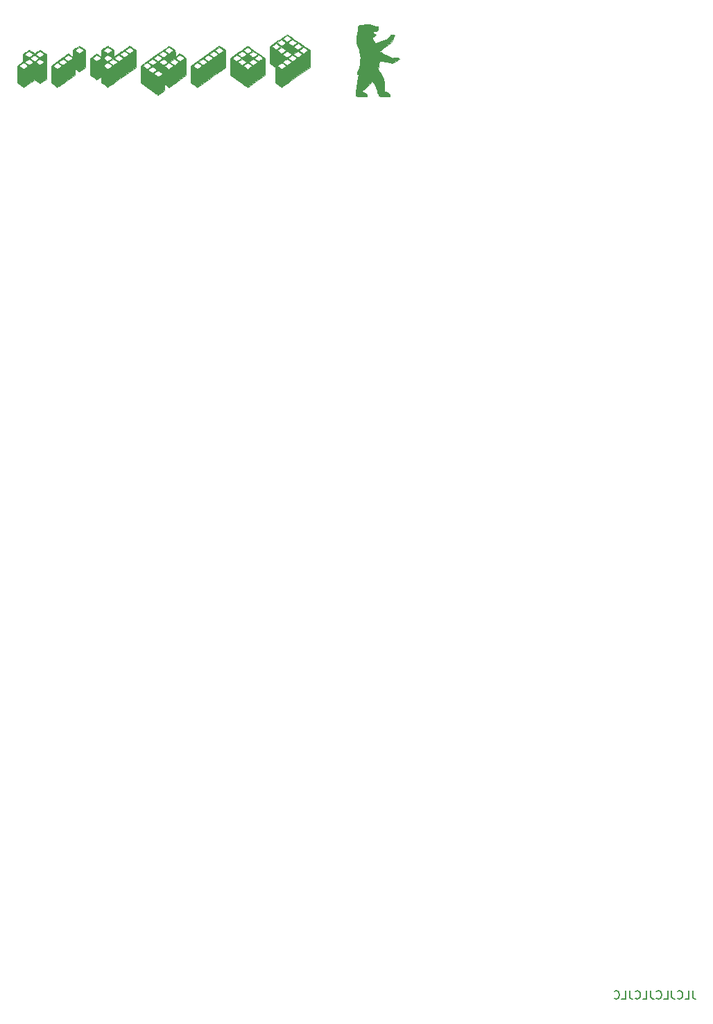
<source format=gbr>
%TF.GenerationSoftware,KiCad,Pcbnew,5.1.10-88a1d61d58~88~ubuntu20.10.1*%
%TF.CreationDate,2021-06-16T00:04:35+02:00*%
%TF.ProjectId,vca-8,7663612d-382e-46b6-9963-61645f706362,v1.0.0*%
%TF.SameCoordinates,Original*%
%TF.FileFunction,Legend,Bot*%
%TF.FilePolarity,Positive*%
%FSLAX46Y46*%
G04 Gerber Fmt 4.6, Leading zero omitted, Abs format (unit mm)*
G04 Created by KiCad (PCBNEW 5.1.10-88a1d61d58~88~ubuntu20.10.1) date 2021-06-16 00:04:35*
%MOMM*%
%LPD*%
G01*
G04 APERTURE LIST*
%ADD10C,0.150000*%
%ADD11C,0.010000*%
G04 APERTURE END LIST*
D10*
X113119047Y-137452380D02*
X113119047Y-138166666D01*
X113166666Y-138309523D01*
X113261904Y-138404761D01*
X113404761Y-138452380D01*
X113500000Y-138452380D01*
X112166666Y-138452380D02*
X112642857Y-138452380D01*
X112642857Y-137452380D01*
X111261904Y-138357142D02*
X111309523Y-138404761D01*
X111452380Y-138452380D01*
X111547619Y-138452380D01*
X111690476Y-138404761D01*
X111785714Y-138309523D01*
X111833333Y-138214285D01*
X111880952Y-138023809D01*
X111880952Y-137880952D01*
X111833333Y-137690476D01*
X111785714Y-137595238D01*
X111690476Y-137500000D01*
X111547619Y-137452380D01*
X111452380Y-137452380D01*
X111309523Y-137500000D01*
X111261904Y-137547619D01*
X110547619Y-137452380D02*
X110547619Y-138166666D01*
X110595238Y-138309523D01*
X110690476Y-138404761D01*
X110833333Y-138452380D01*
X110928571Y-138452380D01*
X109595238Y-138452380D02*
X110071428Y-138452380D01*
X110071428Y-137452380D01*
X108690476Y-138357142D02*
X108738095Y-138404761D01*
X108880952Y-138452380D01*
X108976190Y-138452380D01*
X109119047Y-138404761D01*
X109214285Y-138309523D01*
X109261904Y-138214285D01*
X109309523Y-138023809D01*
X109309523Y-137880952D01*
X109261904Y-137690476D01*
X109214285Y-137595238D01*
X109119047Y-137500000D01*
X108976190Y-137452380D01*
X108880952Y-137452380D01*
X108738095Y-137500000D01*
X108690476Y-137547619D01*
X107976190Y-137452380D02*
X107976190Y-138166666D01*
X108023809Y-138309523D01*
X108119047Y-138404761D01*
X108261904Y-138452380D01*
X108357142Y-138452380D01*
X107023809Y-138452380D02*
X107500000Y-138452380D01*
X107500000Y-137452380D01*
X106119047Y-138357142D02*
X106166666Y-138404761D01*
X106309523Y-138452380D01*
X106404761Y-138452380D01*
X106547619Y-138404761D01*
X106642857Y-138309523D01*
X106690476Y-138214285D01*
X106738095Y-138023809D01*
X106738095Y-137880952D01*
X106690476Y-137690476D01*
X106642857Y-137595238D01*
X106547619Y-137500000D01*
X106404761Y-137452380D01*
X106309523Y-137452380D01*
X106166666Y-137500000D01*
X106119047Y-137547619D01*
X105404761Y-137452380D02*
X105404761Y-138166666D01*
X105452380Y-138309523D01*
X105547619Y-138404761D01*
X105690476Y-138452380D01*
X105785714Y-138452380D01*
X104452380Y-138452380D02*
X104928571Y-138452380D01*
X104928571Y-137452380D01*
X103547619Y-138357142D02*
X103595238Y-138404761D01*
X103738095Y-138452380D01*
X103833333Y-138452380D01*
X103976190Y-138404761D01*
X104071428Y-138309523D01*
X104119047Y-138214285D01*
X104166666Y-138023809D01*
X104166666Y-137880952D01*
X104119047Y-137690476D01*
X104071428Y-137595238D01*
X103976190Y-137500000D01*
X103833333Y-137452380D01*
X103738095Y-137452380D01*
X103595238Y-137500000D01*
X103547619Y-137547619D01*
D11*
%TO.C,G\u002A\u002A\u002A*%
G36*
X73148727Y-19581562D02*
G01*
X73006341Y-19599840D01*
X72907792Y-19634138D01*
X72880527Y-19650115D01*
X72782092Y-19698046D01*
X72694109Y-19689155D01*
X72662103Y-19675939D01*
X72522861Y-19651931D01*
X72394397Y-19695758D01*
X72292602Y-19790743D01*
X72233370Y-19920209D01*
X72232591Y-20067479D01*
X72246082Y-20112506D01*
X72268332Y-20206354D01*
X72258995Y-20312349D01*
X72215150Y-20461804D01*
X72212899Y-20468367D01*
X72167021Y-20629042D01*
X72122097Y-20831449D01*
X72087508Y-21033074D01*
X72086244Y-21042184D01*
X72063905Y-21302991D01*
X72072552Y-21560293D01*
X72115130Y-21833849D01*
X72194586Y-22143419D01*
X72298062Y-22463384D01*
X72371579Y-22694264D01*
X72438877Y-22938150D01*
X72491029Y-23160979D01*
X72513797Y-23286557D01*
X72544826Y-23679514D01*
X72531640Y-24098677D01*
X72477640Y-24517957D01*
X72386225Y-24911263D01*
X72260796Y-25252505D01*
X72256304Y-25262175D01*
X72178675Y-25458062D01*
X72155042Y-25596770D01*
X72185493Y-25675443D01*
X72243473Y-25693334D01*
X72263214Y-25692783D01*
X72278414Y-25696604D01*
X72288193Y-25713003D01*
X72291675Y-25750188D01*
X72287983Y-25816365D01*
X72276238Y-25919743D01*
X72255564Y-26068528D01*
X72225082Y-26270929D01*
X72183916Y-26535151D01*
X72131186Y-26869403D01*
X72089576Y-27132667D01*
X72038680Y-27458409D01*
X72000908Y-27711126D01*
X71975303Y-27901281D01*
X71960912Y-28039334D01*
X71956778Y-28135750D01*
X71961946Y-28200991D01*
X71975461Y-28245519D01*
X71986177Y-28265084D01*
X72012616Y-28301132D01*
X72047821Y-28326711D01*
X72105349Y-28343614D01*
X72198756Y-28353633D01*
X72341600Y-28358561D01*
X72547437Y-28360192D01*
X72706398Y-28360334D01*
X73366178Y-28360334D01*
X73337403Y-28243917D01*
X73253079Y-28071733D01*
X73100713Y-27933128D01*
X72893428Y-27837585D01*
X72725628Y-27801776D01*
X72684480Y-27790011D01*
X72684744Y-27763384D01*
X72734390Y-27712408D01*
X72841384Y-27627596D01*
X72923631Y-27566006D01*
X73075569Y-27442976D01*
X73258914Y-27279071D01*
X73449105Y-27096941D01*
X73600781Y-26941550D01*
X73977721Y-26539923D01*
X74158506Y-26783378D01*
X74340846Y-27051960D01*
X74477303Y-27313283D01*
X74583603Y-27601223D01*
X74649561Y-27841063D01*
X74697302Y-28019602D01*
X74744173Y-28170602D01*
X74783144Y-28272431D01*
X74798515Y-28299463D01*
X74836274Y-28323838D01*
X74910448Y-28341092D01*
X75032781Y-28352244D01*
X75215015Y-28358312D01*
X75468895Y-28360317D01*
X75500017Y-28360334D01*
X76151000Y-28360334D01*
X76151000Y-28250267D01*
X76111440Y-28116465D01*
X76003469Y-27990405D01*
X75843148Y-27885548D01*
X75646539Y-27815357D01*
X75627025Y-27811078D01*
X75490673Y-27779695D01*
X75420930Y-27750928D01*
X75400856Y-27713672D01*
X75409703Y-27668598D01*
X75423782Y-27589081D01*
X75438962Y-27447537D01*
X75453085Y-27266542D01*
X75460998Y-27132138D01*
X75453047Y-26688761D01*
X75378401Y-26280815D01*
X75232253Y-25893175D01*
X75009792Y-25510716D01*
X74894645Y-25350885D01*
X74683023Y-25071937D01*
X74760134Y-24694718D01*
X74795271Y-24508075D01*
X74822202Y-24336985D01*
X74836640Y-24209820D01*
X74837955Y-24179917D01*
X74853106Y-24077094D01*
X74901112Y-24042513D01*
X74906583Y-24042334D01*
X74968457Y-24050462D01*
X75098606Y-24073030D01*
X75282399Y-24107317D01*
X75505201Y-24150598D01*
X75727606Y-24195117D01*
X76480712Y-24347901D01*
X76887356Y-24105235D01*
X77050461Y-24003389D01*
X77182373Y-23912436D01*
X77268258Y-23843172D01*
X77294000Y-23809153D01*
X77256814Y-23740222D01*
X77164120Y-23675224D01*
X77044214Y-23630146D01*
X76957430Y-23619000D01*
X76835623Y-23630272D01*
X76685484Y-23658471D01*
X76637248Y-23670433D01*
X76444948Y-23721865D01*
X75641807Y-23322073D01*
X75404112Y-23202736D01*
X75194440Y-23095524D01*
X75023833Y-23006245D01*
X74903336Y-22940707D01*
X74843991Y-22904717D01*
X74839707Y-22900224D01*
X74872351Y-22869530D01*
X74963215Y-22795765D01*
X75102640Y-22686464D01*
X75280967Y-22549159D01*
X75488537Y-22391385D01*
X75594593Y-22311443D01*
X76348438Y-21744719D01*
X76525117Y-21358943D01*
X76600050Y-21190252D01*
X76659166Y-21047504D01*
X76694732Y-20949926D01*
X76701565Y-20920250D01*
X76664089Y-20889954D01*
X76570848Y-20871310D01*
X76450157Y-20866005D01*
X76330327Y-20875725D01*
X76258180Y-20893841D01*
X76199478Y-20942078D01*
X76117899Y-21040043D01*
X76049114Y-21139184D01*
X75909127Y-21358020D01*
X75155255Y-21641924D01*
X74920229Y-21729769D01*
X74714371Y-21805444D01*
X74549968Y-21864537D01*
X74439305Y-21902636D01*
X74394670Y-21915328D01*
X74394343Y-21915164D01*
X74367289Y-21878393D01*
X74304169Y-21793711D01*
X74234830Y-21701055D01*
X74145953Y-21567499D01*
X74078604Y-21439097D01*
X74054603Y-21371251D01*
X74059928Y-21222371D01*
X74131053Y-21093875D01*
X74252102Y-21014077D01*
X74255455Y-21013005D01*
X74363969Y-20954951D01*
X74412119Y-20879810D01*
X74395765Y-20807526D01*
X74310764Y-20758045D01*
X74308512Y-20757470D01*
X74197386Y-20697742D01*
X74110508Y-20597547D01*
X74076666Y-20492695D01*
X74097181Y-20457582D01*
X74169756Y-20446342D01*
X74285190Y-20453265D01*
X74414226Y-20460792D01*
X74492751Y-20443594D01*
X74553961Y-20389660D01*
X74590062Y-20342981D01*
X74671213Y-20169026D01*
X74688456Y-20021414D01*
X74690500Y-19830167D01*
X74436500Y-19818927D01*
X74143944Y-19769994D01*
X73949666Y-19691927D01*
X73815625Y-19631851D01*
X73692298Y-19596679D01*
X73547742Y-19580191D01*
X73355081Y-19576167D01*
X73148727Y-19581562D01*
G37*
X73148727Y-19581562D02*
X73006341Y-19599840D01*
X72907792Y-19634138D01*
X72880527Y-19650115D01*
X72782092Y-19698046D01*
X72694109Y-19689155D01*
X72662103Y-19675939D01*
X72522861Y-19651931D01*
X72394397Y-19695758D01*
X72292602Y-19790743D01*
X72233370Y-19920209D01*
X72232591Y-20067479D01*
X72246082Y-20112506D01*
X72268332Y-20206354D01*
X72258995Y-20312349D01*
X72215150Y-20461804D01*
X72212899Y-20468367D01*
X72167021Y-20629042D01*
X72122097Y-20831449D01*
X72087508Y-21033074D01*
X72086244Y-21042184D01*
X72063905Y-21302991D01*
X72072552Y-21560293D01*
X72115130Y-21833849D01*
X72194586Y-22143419D01*
X72298062Y-22463384D01*
X72371579Y-22694264D01*
X72438877Y-22938150D01*
X72491029Y-23160979D01*
X72513797Y-23286557D01*
X72544826Y-23679514D01*
X72531640Y-24098677D01*
X72477640Y-24517957D01*
X72386225Y-24911263D01*
X72260796Y-25252505D01*
X72256304Y-25262175D01*
X72178675Y-25458062D01*
X72155042Y-25596770D01*
X72185493Y-25675443D01*
X72243473Y-25693334D01*
X72263214Y-25692783D01*
X72278414Y-25696604D01*
X72288193Y-25713003D01*
X72291675Y-25750188D01*
X72287983Y-25816365D01*
X72276238Y-25919743D01*
X72255564Y-26068528D01*
X72225082Y-26270929D01*
X72183916Y-26535151D01*
X72131186Y-26869403D01*
X72089576Y-27132667D01*
X72038680Y-27458409D01*
X72000908Y-27711126D01*
X71975303Y-27901281D01*
X71960912Y-28039334D01*
X71956778Y-28135750D01*
X71961946Y-28200991D01*
X71975461Y-28245519D01*
X71986177Y-28265084D01*
X72012616Y-28301132D01*
X72047821Y-28326711D01*
X72105349Y-28343614D01*
X72198756Y-28353633D01*
X72341600Y-28358561D01*
X72547437Y-28360192D01*
X72706398Y-28360334D01*
X73366178Y-28360334D01*
X73337403Y-28243917D01*
X73253079Y-28071733D01*
X73100713Y-27933128D01*
X72893428Y-27837585D01*
X72725628Y-27801776D01*
X72684480Y-27790011D01*
X72684744Y-27763384D01*
X72734390Y-27712408D01*
X72841384Y-27627596D01*
X72923631Y-27566006D01*
X73075569Y-27442976D01*
X73258914Y-27279071D01*
X73449105Y-27096941D01*
X73600781Y-26941550D01*
X73977721Y-26539923D01*
X74158506Y-26783378D01*
X74340846Y-27051960D01*
X74477303Y-27313283D01*
X74583603Y-27601223D01*
X74649561Y-27841063D01*
X74697302Y-28019602D01*
X74744173Y-28170602D01*
X74783144Y-28272431D01*
X74798515Y-28299463D01*
X74836274Y-28323838D01*
X74910448Y-28341092D01*
X75032781Y-28352244D01*
X75215015Y-28358312D01*
X75468895Y-28360317D01*
X75500017Y-28360334D01*
X76151000Y-28360334D01*
X76151000Y-28250267D01*
X76111440Y-28116465D01*
X76003469Y-27990405D01*
X75843148Y-27885548D01*
X75646539Y-27815357D01*
X75627025Y-27811078D01*
X75490673Y-27779695D01*
X75420930Y-27750928D01*
X75400856Y-27713672D01*
X75409703Y-27668598D01*
X75423782Y-27589081D01*
X75438962Y-27447537D01*
X75453085Y-27266542D01*
X75460998Y-27132138D01*
X75453047Y-26688761D01*
X75378401Y-26280815D01*
X75232253Y-25893175D01*
X75009792Y-25510716D01*
X74894645Y-25350885D01*
X74683023Y-25071937D01*
X74760134Y-24694718D01*
X74795271Y-24508075D01*
X74822202Y-24336985D01*
X74836640Y-24209820D01*
X74837955Y-24179917D01*
X74853106Y-24077094D01*
X74901112Y-24042513D01*
X74906583Y-24042334D01*
X74968457Y-24050462D01*
X75098606Y-24073030D01*
X75282399Y-24107317D01*
X75505201Y-24150598D01*
X75727606Y-24195117D01*
X76480712Y-24347901D01*
X76887356Y-24105235D01*
X77050461Y-24003389D01*
X77182373Y-23912436D01*
X77268258Y-23843172D01*
X77294000Y-23809153D01*
X77256814Y-23740222D01*
X77164120Y-23675224D01*
X77044214Y-23630146D01*
X76957430Y-23619000D01*
X76835623Y-23630272D01*
X76685484Y-23658471D01*
X76637248Y-23670433D01*
X76444948Y-23721865D01*
X75641807Y-23322073D01*
X75404112Y-23202736D01*
X75194440Y-23095524D01*
X75023833Y-23006245D01*
X74903336Y-22940707D01*
X74843991Y-22904717D01*
X74839707Y-22900224D01*
X74872351Y-22869530D01*
X74963215Y-22795765D01*
X75102640Y-22686464D01*
X75280967Y-22549159D01*
X75488537Y-22391385D01*
X75594593Y-22311443D01*
X76348438Y-21744719D01*
X76525117Y-21358943D01*
X76600050Y-21190252D01*
X76659166Y-21047504D01*
X76694732Y-20949926D01*
X76701565Y-20920250D01*
X76664089Y-20889954D01*
X76570848Y-20871310D01*
X76450157Y-20866005D01*
X76330327Y-20875725D01*
X76258180Y-20893841D01*
X76199478Y-20942078D01*
X76117899Y-21040043D01*
X76049114Y-21139184D01*
X75909127Y-21358020D01*
X75155255Y-21641924D01*
X74920229Y-21729769D01*
X74714371Y-21805444D01*
X74549968Y-21864537D01*
X74439305Y-21902636D01*
X74394670Y-21915328D01*
X74394343Y-21915164D01*
X74367289Y-21878393D01*
X74304169Y-21793711D01*
X74234830Y-21701055D01*
X74145953Y-21567499D01*
X74078604Y-21439097D01*
X74054603Y-21371251D01*
X74059928Y-21222371D01*
X74131053Y-21093875D01*
X74252102Y-21014077D01*
X74255455Y-21013005D01*
X74363969Y-20954951D01*
X74412119Y-20879810D01*
X74395765Y-20807526D01*
X74310764Y-20758045D01*
X74308512Y-20757470D01*
X74197386Y-20697742D01*
X74110508Y-20597547D01*
X74076666Y-20492695D01*
X74097181Y-20457582D01*
X74169756Y-20446342D01*
X74285190Y-20453265D01*
X74414226Y-20460792D01*
X74492751Y-20443594D01*
X74553961Y-20389660D01*
X74590062Y-20342981D01*
X74671213Y-20169026D01*
X74688456Y-20021414D01*
X74690500Y-19830167D01*
X74436500Y-19818927D01*
X74143944Y-19769994D01*
X73949666Y-19691927D01*
X73815625Y-19631851D01*
X73692298Y-19596679D01*
X73547742Y-19580191D01*
X73355081Y-19576167D01*
X73148727Y-19581562D01*
G36*
X32081585Y-22697589D02*
G01*
X32059762Y-22709591D01*
X32008578Y-22742349D01*
X31933341Y-22792322D01*
X31839356Y-22855969D01*
X31731931Y-22929750D01*
X31689383Y-22959227D01*
X31314682Y-23219417D01*
X31312379Y-23695667D01*
X31310075Y-24171917D01*
X30977996Y-24405318D01*
X30645916Y-24638719D01*
X30634940Y-26712853D01*
X31013659Y-26982260D01*
X31125611Y-27060912D01*
X31227089Y-27130339D01*
X31312700Y-27187002D01*
X31377054Y-27227365D01*
X31414761Y-27247890D01*
X31421314Y-27249747D01*
X31444540Y-27237388D01*
X31498161Y-27203010D01*
X31578217Y-27149331D01*
X31680746Y-27079068D01*
X31801790Y-26994937D01*
X31937386Y-26899655D01*
X32083574Y-26795939D01*
X32101199Y-26783370D01*
X32752149Y-26318912D01*
X33082401Y-26553472D01*
X33186015Y-26626145D01*
X33278108Y-26688996D01*
X33353079Y-26738344D01*
X33405327Y-26770508D01*
X33429251Y-26781807D01*
X33429713Y-26781725D01*
X33451292Y-26768087D01*
X33502038Y-26733494D01*
X33576682Y-26681616D01*
X33669956Y-26616123D01*
X33776592Y-26540684D01*
X33818594Y-26510834D01*
X34190415Y-26246250D01*
X34189866Y-24732834D01*
X34189831Y-24635598D01*
X31950004Y-24635598D01*
X31937027Y-24654715D01*
X31895452Y-24691372D01*
X31832500Y-24740542D01*
X31755390Y-24797198D01*
X31671341Y-24856314D01*
X31587575Y-24912863D01*
X31511309Y-24961816D01*
X31449763Y-24998149D01*
X31410158Y-25016833D01*
X31400830Y-25017982D01*
X31374310Y-25002565D01*
X31320421Y-24966925D01*
X31246029Y-24915742D01*
X31157996Y-24853698D01*
X31118644Y-24825553D01*
X31030918Y-24760771D01*
X30958716Y-24704035D01*
X30907580Y-24659979D01*
X30883049Y-24633236D01*
X30882314Y-24627940D01*
X30905931Y-24610129D01*
X30956302Y-24573636D01*
X31025551Y-24524133D01*
X31090416Y-24478147D01*
X31175785Y-24417608D01*
X31255122Y-24360941D01*
X31317852Y-24315719D01*
X31346340Y-24294841D01*
X31411763Y-24246114D01*
X31676761Y-24431266D01*
X31769250Y-24496725D01*
X31848782Y-24554604D01*
X31909116Y-24600235D01*
X31944008Y-24628950D01*
X31950004Y-24635598D01*
X34189831Y-24635598D01*
X34189661Y-24164656D01*
X33957687Y-24164656D01*
X33941606Y-24184045D01*
X33897178Y-24220795D01*
X33831712Y-24269924D01*
X33752515Y-24326444D01*
X33666896Y-24385373D01*
X33582163Y-24441723D01*
X33505624Y-24490512D01*
X33444587Y-24526753D01*
X33406362Y-24545462D01*
X33397814Y-24546544D01*
X33372612Y-24529783D01*
X33319401Y-24493655D01*
X33245024Y-24442828D01*
X33156320Y-24381971D01*
X33116350Y-24354482D01*
X32858780Y-24177213D01*
X32859372Y-24176788D01*
X32644633Y-24176788D01*
X32365788Y-24368646D01*
X32270002Y-24432849D01*
X32185611Y-24486212D01*
X32118978Y-24524963D01*
X32076466Y-24545329D01*
X32064930Y-24547018D01*
X32040549Y-24530405D01*
X31988548Y-24493940D01*
X31915722Y-24442420D01*
X31828867Y-24380643D01*
X31794208Y-24355912D01*
X31705934Y-24291928D01*
X31631566Y-24236231D01*
X31577203Y-24193528D01*
X31548942Y-24168527D01*
X31546313Y-24164521D01*
X31563152Y-24148421D01*
X31609055Y-24113086D01*
X31677987Y-24062947D01*
X31763912Y-24002438D01*
X31815260Y-23967006D01*
X32083394Y-23783261D01*
X32285405Y-23923599D01*
X32374864Y-23985906D01*
X32459802Y-24045345D01*
X32529342Y-24094288D01*
X32566025Y-24120363D01*
X32644633Y-24176788D01*
X32859372Y-24176788D01*
X32937682Y-24120575D01*
X32987680Y-24085095D01*
X33061586Y-24033154D01*
X33148503Y-23972392D01*
X33218594Y-23923599D01*
X33420605Y-23783261D01*
X33688739Y-23967006D01*
X33781334Y-24031283D01*
X33860195Y-24087597D01*
X33919285Y-24131513D01*
X33952568Y-24158594D01*
X33957687Y-24164656D01*
X34189661Y-24164656D01*
X34189492Y-23695349D01*
X33291553Y-23695349D01*
X33278018Y-23710871D01*
X33236989Y-23745749D01*
X33175437Y-23794756D01*
X33100330Y-23852662D01*
X33018638Y-23914239D01*
X32937331Y-23974258D01*
X32863377Y-24027491D01*
X32803747Y-24068708D01*
X32765409Y-24092682D01*
X32756887Y-24096470D01*
X32738545Y-24085444D01*
X32691570Y-24054107D01*
X32621938Y-24006526D01*
X32535622Y-23946772D01*
X32476369Y-23905409D01*
X32383784Y-23839078D01*
X32305891Y-23780382D01*
X32248297Y-23733782D01*
X32216606Y-23703739D01*
X32212441Y-23695358D01*
X32236048Y-23673085D01*
X32286805Y-23633900D01*
X32356976Y-23583066D01*
X32438826Y-23525846D01*
X32524622Y-23467506D01*
X32606629Y-23413308D01*
X32677111Y-23368517D01*
X32728334Y-23338396D01*
X32752000Y-23328162D01*
X32778105Y-23339722D01*
X32830731Y-23370893D01*
X32902141Y-23416411D01*
X32984601Y-23471013D01*
X33070377Y-23529435D01*
X33151734Y-23586413D01*
X33220938Y-23636683D01*
X33270252Y-23674982D01*
X33291553Y-23695349D01*
X34189492Y-23695349D01*
X34189322Y-23228778D01*
X33947916Y-23228778D01*
X33931658Y-23246851D01*
X33887782Y-23283453D01*
X33823637Y-23333249D01*
X33746570Y-23390904D01*
X33663929Y-23451082D01*
X33583063Y-23508450D01*
X33511319Y-23557670D01*
X33456046Y-23593409D01*
X33424592Y-23610331D01*
X33421484Y-23611000D01*
X33398525Y-23599420D01*
X33347580Y-23567514D01*
X33275136Y-23519533D01*
X33187677Y-23459725D01*
X33140599Y-23426895D01*
X33049910Y-23361949D01*
X32973562Y-23304783D01*
X32917415Y-23259986D01*
X32887334Y-23232149D01*
X32885849Y-23229443D01*
X32614416Y-23229443D01*
X32598091Y-23247831D01*
X32554029Y-23284568D01*
X32489602Y-23334348D01*
X32412180Y-23391865D01*
X32329134Y-23451813D01*
X32247836Y-23508886D01*
X32175657Y-23557779D01*
X32119967Y-23593184D01*
X32088139Y-23609797D01*
X32085190Y-23610401D01*
X32061284Y-23598892D01*
X32009780Y-23566822D01*
X31937307Y-23518543D01*
X31850494Y-23458407D01*
X31810024Y-23429714D01*
X31720588Y-23364601D01*
X31644953Y-23307123D01*
X31589197Y-23262090D01*
X31559402Y-23234314D01*
X31556083Y-23228778D01*
X31572425Y-23210457D01*
X31616527Y-23173831D01*
X31681005Y-23124198D01*
X31758475Y-23066853D01*
X31841554Y-23007091D01*
X31922857Y-22950211D01*
X31995000Y-22901506D01*
X32050600Y-22866275D01*
X32082271Y-22849812D01*
X32085250Y-22849235D01*
X32110962Y-22860975D01*
X32162149Y-22892659D01*
X32231429Y-22938982D01*
X32311418Y-22994642D01*
X32394736Y-23054333D01*
X32474000Y-23112752D01*
X32541827Y-23164594D01*
X32590837Y-23204555D01*
X32613646Y-23227332D01*
X32614416Y-23229443D01*
X32885849Y-23229443D01*
X32883924Y-23225939D01*
X32902881Y-23207302D01*
X32949503Y-23170472D01*
X33016248Y-23120763D01*
X33095572Y-23063489D01*
X33179932Y-23003962D01*
X33261786Y-22947494D01*
X33333589Y-22899400D01*
X33387799Y-22864992D01*
X33416873Y-22849583D01*
X33418750Y-22849235D01*
X33444293Y-22860956D01*
X33495357Y-22892588D01*
X33564557Y-22938835D01*
X33644509Y-22994400D01*
X33727830Y-23053988D01*
X33807134Y-23112302D01*
X33875039Y-23164047D01*
X33924159Y-23203925D01*
X33947112Y-23226641D01*
X33947916Y-23228778D01*
X34189322Y-23228778D01*
X34189318Y-23219417D01*
X33811488Y-22957036D01*
X33699964Y-22880286D01*
X33599826Y-22812696D01*
X33516354Y-22757722D01*
X33454828Y-22718820D01*
X33420531Y-22699447D01*
X33415621Y-22697939D01*
X33393270Y-22710520D01*
X33342026Y-22743518D01*
X33267678Y-22793073D01*
X33176016Y-22855327D01*
X33074791Y-22925062D01*
X32752000Y-23148902D01*
X32425544Y-22922521D01*
X32322036Y-22851435D01*
X32230167Y-22789653D01*
X32155665Y-22740920D01*
X32104257Y-22708981D01*
X32081673Y-22697585D01*
X32081585Y-22697589D01*
G37*
X32081585Y-22697589D02*
X32059762Y-22709591D01*
X32008578Y-22742349D01*
X31933341Y-22792322D01*
X31839356Y-22855969D01*
X31731931Y-22929750D01*
X31689383Y-22959227D01*
X31314682Y-23219417D01*
X31312379Y-23695667D01*
X31310075Y-24171917D01*
X30977996Y-24405318D01*
X30645916Y-24638719D01*
X30634940Y-26712853D01*
X31013659Y-26982260D01*
X31125611Y-27060912D01*
X31227089Y-27130339D01*
X31312700Y-27187002D01*
X31377054Y-27227365D01*
X31414761Y-27247890D01*
X31421314Y-27249747D01*
X31444540Y-27237388D01*
X31498161Y-27203010D01*
X31578217Y-27149331D01*
X31680746Y-27079068D01*
X31801790Y-26994937D01*
X31937386Y-26899655D01*
X32083574Y-26795939D01*
X32101199Y-26783370D01*
X32752149Y-26318912D01*
X33082401Y-26553472D01*
X33186015Y-26626145D01*
X33278108Y-26688996D01*
X33353079Y-26738344D01*
X33405327Y-26770508D01*
X33429251Y-26781807D01*
X33429713Y-26781725D01*
X33451292Y-26768087D01*
X33502038Y-26733494D01*
X33576682Y-26681616D01*
X33669956Y-26616123D01*
X33776592Y-26540684D01*
X33818594Y-26510834D01*
X34190415Y-26246250D01*
X34189866Y-24732834D01*
X34189831Y-24635598D01*
X31950004Y-24635598D01*
X31937027Y-24654715D01*
X31895452Y-24691372D01*
X31832500Y-24740542D01*
X31755390Y-24797198D01*
X31671341Y-24856314D01*
X31587575Y-24912863D01*
X31511309Y-24961816D01*
X31449763Y-24998149D01*
X31410158Y-25016833D01*
X31400830Y-25017982D01*
X31374310Y-25002565D01*
X31320421Y-24966925D01*
X31246029Y-24915742D01*
X31157996Y-24853698D01*
X31118644Y-24825553D01*
X31030918Y-24760771D01*
X30958716Y-24704035D01*
X30907580Y-24659979D01*
X30883049Y-24633236D01*
X30882314Y-24627940D01*
X30905931Y-24610129D01*
X30956302Y-24573636D01*
X31025551Y-24524133D01*
X31090416Y-24478147D01*
X31175785Y-24417608D01*
X31255122Y-24360941D01*
X31317852Y-24315719D01*
X31346340Y-24294841D01*
X31411763Y-24246114D01*
X31676761Y-24431266D01*
X31769250Y-24496725D01*
X31848782Y-24554604D01*
X31909116Y-24600235D01*
X31944008Y-24628950D01*
X31950004Y-24635598D01*
X34189831Y-24635598D01*
X34189661Y-24164656D01*
X33957687Y-24164656D01*
X33941606Y-24184045D01*
X33897178Y-24220795D01*
X33831712Y-24269924D01*
X33752515Y-24326444D01*
X33666896Y-24385373D01*
X33582163Y-24441723D01*
X33505624Y-24490512D01*
X33444587Y-24526753D01*
X33406362Y-24545462D01*
X33397814Y-24546544D01*
X33372612Y-24529783D01*
X33319401Y-24493655D01*
X33245024Y-24442828D01*
X33156320Y-24381971D01*
X33116350Y-24354482D01*
X32858780Y-24177213D01*
X32859372Y-24176788D01*
X32644633Y-24176788D01*
X32365788Y-24368646D01*
X32270002Y-24432849D01*
X32185611Y-24486212D01*
X32118978Y-24524963D01*
X32076466Y-24545329D01*
X32064930Y-24547018D01*
X32040549Y-24530405D01*
X31988548Y-24493940D01*
X31915722Y-24442420D01*
X31828867Y-24380643D01*
X31794208Y-24355912D01*
X31705934Y-24291928D01*
X31631566Y-24236231D01*
X31577203Y-24193528D01*
X31548942Y-24168527D01*
X31546313Y-24164521D01*
X31563152Y-24148421D01*
X31609055Y-24113086D01*
X31677987Y-24062947D01*
X31763912Y-24002438D01*
X31815260Y-23967006D01*
X32083394Y-23783261D01*
X32285405Y-23923599D01*
X32374864Y-23985906D01*
X32459802Y-24045345D01*
X32529342Y-24094288D01*
X32566025Y-24120363D01*
X32644633Y-24176788D01*
X32859372Y-24176788D01*
X32937682Y-24120575D01*
X32987680Y-24085095D01*
X33061586Y-24033154D01*
X33148503Y-23972392D01*
X33218594Y-23923599D01*
X33420605Y-23783261D01*
X33688739Y-23967006D01*
X33781334Y-24031283D01*
X33860195Y-24087597D01*
X33919285Y-24131513D01*
X33952568Y-24158594D01*
X33957687Y-24164656D01*
X34189661Y-24164656D01*
X34189492Y-23695349D01*
X33291553Y-23695349D01*
X33278018Y-23710871D01*
X33236989Y-23745749D01*
X33175437Y-23794756D01*
X33100330Y-23852662D01*
X33018638Y-23914239D01*
X32937331Y-23974258D01*
X32863377Y-24027491D01*
X32803747Y-24068708D01*
X32765409Y-24092682D01*
X32756887Y-24096470D01*
X32738545Y-24085444D01*
X32691570Y-24054107D01*
X32621938Y-24006526D01*
X32535622Y-23946772D01*
X32476369Y-23905409D01*
X32383784Y-23839078D01*
X32305891Y-23780382D01*
X32248297Y-23733782D01*
X32216606Y-23703739D01*
X32212441Y-23695358D01*
X32236048Y-23673085D01*
X32286805Y-23633900D01*
X32356976Y-23583066D01*
X32438826Y-23525846D01*
X32524622Y-23467506D01*
X32606629Y-23413308D01*
X32677111Y-23368517D01*
X32728334Y-23338396D01*
X32752000Y-23328162D01*
X32778105Y-23339722D01*
X32830731Y-23370893D01*
X32902141Y-23416411D01*
X32984601Y-23471013D01*
X33070377Y-23529435D01*
X33151734Y-23586413D01*
X33220938Y-23636683D01*
X33270252Y-23674982D01*
X33291553Y-23695349D01*
X34189492Y-23695349D01*
X34189322Y-23228778D01*
X33947916Y-23228778D01*
X33931658Y-23246851D01*
X33887782Y-23283453D01*
X33823637Y-23333249D01*
X33746570Y-23390904D01*
X33663929Y-23451082D01*
X33583063Y-23508450D01*
X33511319Y-23557670D01*
X33456046Y-23593409D01*
X33424592Y-23610331D01*
X33421484Y-23611000D01*
X33398525Y-23599420D01*
X33347580Y-23567514D01*
X33275136Y-23519533D01*
X33187677Y-23459725D01*
X33140599Y-23426895D01*
X33049910Y-23361949D01*
X32973562Y-23304783D01*
X32917415Y-23259986D01*
X32887334Y-23232149D01*
X32885849Y-23229443D01*
X32614416Y-23229443D01*
X32598091Y-23247831D01*
X32554029Y-23284568D01*
X32489602Y-23334348D01*
X32412180Y-23391865D01*
X32329134Y-23451813D01*
X32247836Y-23508886D01*
X32175657Y-23557779D01*
X32119967Y-23593184D01*
X32088139Y-23609797D01*
X32085190Y-23610401D01*
X32061284Y-23598892D01*
X32009780Y-23566822D01*
X31937307Y-23518543D01*
X31850494Y-23458407D01*
X31810024Y-23429714D01*
X31720588Y-23364601D01*
X31644953Y-23307123D01*
X31589197Y-23262090D01*
X31559402Y-23234314D01*
X31556083Y-23228778D01*
X31572425Y-23210457D01*
X31616527Y-23173831D01*
X31681005Y-23124198D01*
X31758475Y-23066853D01*
X31841554Y-23007091D01*
X31922857Y-22950211D01*
X31995000Y-22901506D01*
X32050600Y-22866275D01*
X32082271Y-22849812D01*
X32085250Y-22849235D01*
X32110962Y-22860975D01*
X32162149Y-22892659D01*
X32231429Y-22938982D01*
X32311418Y-22994642D01*
X32394736Y-23054333D01*
X32474000Y-23112752D01*
X32541827Y-23164594D01*
X32590837Y-23204555D01*
X32613646Y-23227332D01*
X32614416Y-23229443D01*
X32885849Y-23229443D01*
X32883924Y-23225939D01*
X32902881Y-23207302D01*
X32949503Y-23170472D01*
X33016248Y-23120763D01*
X33095572Y-23063489D01*
X33179932Y-23003962D01*
X33261786Y-22947494D01*
X33333589Y-22899400D01*
X33387799Y-22864992D01*
X33416873Y-22849583D01*
X33418750Y-22849235D01*
X33444293Y-22860956D01*
X33495357Y-22892588D01*
X33564557Y-22938835D01*
X33644509Y-22994400D01*
X33727830Y-23053988D01*
X33807134Y-23112302D01*
X33875039Y-23164047D01*
X33924159Y-23203925D01*
X33947112Y-23226641D01*
X33947916Y-23228778D01*
X34189322Y-23228778D01*
X34189318Y-23219417D01*
X33811488Y-22957036D01*
X33699964Y-22880286D01*
X33599826Y-22812696D01*
X33516354Y-22757722D01*
X33454828Y-22718820D01*
X33420531Y-22699447D01*
X33415621Y-22697939D01*
X33393270Y-22710520D01*
X33342026Y-22743518D01*
X33267678Y-22793073D01*
X33176016Y-22855327D01*
X33074791Y-22925062D01*
X32752000Y-23148902D01*
X32425544Y-22922521D01*
X32322036Y-22851435D01*
X32230167Y-22789653D01*
X32155665Y-22740920D01*
X32104257Y-22708981D01*
X32081673Y-22697585D01*
X32081585Y-22697589D01*
G36*
X41663687Y-22232250D02*
G01*
X41613871Y-22266592D01*
X41539982Y-22318197D01*
X41447230Y-22383422D01*
X41340821Y-22458623D01*
X41297735Y-22489167D01*
X40924814Y-22753750D01*
X40911750Y-23547134D01*
X40641119Y-23355305D01*
X40547576Y-23290120D01*
X40465895Y-23235314D01*
X40402331Y-23194918D01*
X40363139Y-23172964D01*
X40354009Y-23170280D01*
X40332518Y-23183938D01*
X40281681Y-23218313D01*
X40206780Y-23269769D01*
X40113097Y-23334671D01*
X40005913Y-23409383D01*
X39963182Y-23439282D01*
X39588833Y-23701480D01*
X39589371Y-24741032D01*
X39589908Y-25780584D01*
X39763996Y-25900663D01*
X39856504Y-25964602D01*
X39967513Y-26041525D01*
X40080810Y-26120187D01*
X40151801Y-26169574D01*
X40365520Y-26318405D01*
X40911750Y-25936679D01*
X40922333Y-26328052D01*
X40932916Y-26719424D01*
X41312087Y-26985546D01*
X41423300Y-27063188D01*
X41522758Y-27131841D01*
X41605307Y-27188008D01*
X41665790Y-27228196D01*
X41699049Y-27248908D01*
X41703671Y-27250958D01*
X41722330Y-27238903D01*
X41773194Y-27204039D01*
X41853916Y-27148015D01*
X41962147Y-27072478D01*
X42095540Y-26979079D01*
X42251746Y-26869464D01*
X42428416Y-26745283D01*
X42623204Y-26608185D01*
X42833761Y-26459817D01*
X43057739Y-26301829D01*
X43292790Y-26135868D01*
X43425291Y-26042245D01*
X45134500Y-24834241D01*
X45134500Y-24642102D01*
X42254507Y-24642102D01*
X41985295Y-24834995D01*
X41891222Y-24900557D01*
X41807778Y-24955262D01*
X41741508Y-24995085D01*
X41698958Y-25016000D01*
X41687830Y-25017920D01*
X41661310Y-25002525D01*
X41607423Y-24966904D01*
X41533032Y-24915737D01*
X41445001Y-24853701D01*
X41405644Y-24825553D01*
X41317918Y-24760771D01*
X41245716Y-24704035D01*
X41194580Y-24659979D01*
X41170049Y-24633236D01*
X41169314Y-24627940D01*
X41192931Y-24610129D01*
X41243302Y-24573636D01*
X41312551Y-24524133D01*
X41377416Y-24478147D01*
X41462775Y-24417616D01*
X41542091Y-24360964D01*
X41604796Y-24315762D01*
X41633269Y-24294895D01*
X41698622Y-24246222D01*
X41976564Y-24444162D01*
X42254507Y-24642102D01*
X45134500Y-24642102D01*
X45134500Y-24161291D01*
X42875972Y-24161291D01*
X42866024Y-24196520D01*
X42826022Y-24236625D01*
X42756551Y-24287888D01*
X42658197Y-24356592D01*
X42643006Y-24367355D01*
X42550248Y-24433168D01*
X42470445Y-24489535D01*
X42409582Y-24532247D01*
X42373648Y-24557096D01*
X42366554Y-24561677D01*
X42348216Y-24550807D01*
X42301240Y-24519600D01*
X42231588Y-24472106D01*
X42145223Y-24412378D01*
X42085128Y-24370440D01*
X41992189Y-24304781D01*
X41913411Y-24248005D01*
X41854470Y-24204294D01*
X41821045Y-24177833D01*
X41815657Y-24171889D01*
X41834237Y-24158491D01*
X41881474Y-24125062D01*
X41951344Y-24075850D01*
X42037822Y-24015099D01*
X42095511Y-23974642D01*
X42369105Y-23782885D01*
X42603511Y-23943465D01*
X42719635Y-24022023D01*
X42803363Y-24080325D01*
X42855280Y-24124653D01*
X42875972Y-24161291D01*
X45134500Y-24161291D01*
X45134500Y-23708631D01*
X43583425Y-23708631D01*
X43564251Y-23722835D01*
X43516446Y-23756926D01*
X43446112Y-23806587D01*
X43359349Y-23867504D01*
X43303483Y-23906586D01*
X43196905Y-23978982D01*
X43110143Y-24033710D01*
X43047391Y-24068314D01*
X43012846Y-24080334D01*
X43008734Y-24079269D01*
X42983951Y-24061359D01*
X42931362Y-24024078D01*
X42857868Y-23972297D01*
X42770370Y-23910885D01*
X42737175Y-23887639D01*
X42649452Y-23824546D01*
X42576858Y-23769071D01*
X42525255Y-23725954D01*
X42502020Y-23701528D01*
X42254952Y-23701528D01*
X41976118Y-23898391D01*
X41880701Y-23964033D01*
X41796520Y-24018701D01*
X41729866Y-24058563D01*
X41687028Y-24079790D01*
X41674934Y-24081780D01*
X41650388Y-24065211D01*
X41598185Y-24028874D01*
X41525153Y-23977555D01*
X41438120Y-23916042D01*
X41403875Y-23891754D01*
X41315500Y-23827989D01*
X41241081Y-23772331D01*
X41186738Y-23729508D01*
X41158590Y-23704254D01*
X41156141Y-23700311D01*
X40900194Y-23700311D01*
X40884224Y-23720235D01*
X40839935Y-23757236D01*
X40774628Y-23806364D01*
X40695602Y-23862666D01*
X40610155Y-23921193D01*
X40525588Y-23976995D01*
X40449200Y-24025120D01*
X40388289Y-24060617D01*
X40350156Y-24078537D01*
X40341607Y-24079164D01*
X40316872Y-24061293D01*
X40264326Y-24024048D01*
X40190867Y-23972295D01*
X40103391Y-23910900D01*
X40070175Y-23887639D01*
X39982452Y-23824546D01*
X39909858Y-23769071D01*
X39858255Y-23725954D01*
X39833502Y-23699933D01*
X39832433Y-23695371D01*
X39852054Y-23678501D01*
X39898849Y-23642874D01*
X39965248Y-23593920D01*
X40043681Y-23537069D01*
X40126579Y-23477750D01*
X40206370Y-23421393D01*
X40275486Y-23373428D01*
X40326357Y-23339284D01*
X40345259Y-23327527D01*
X40369132Y-23334607D01*
X40419700Y-23361752D01*
X40489534Y-23403973D01*
X40571207Y-23456279D01*
X40657290Y-23513681D01*
X40740356Y-23571189D01*
X40812975Y-23623812D01*
X40867721Y-23666562D01*
X40897165Y-23694448D01*
X40900194Y-23700311D01*
X41156141Y-23700311D01*
X41156036Y-23700143D01*
X41172464Y-23684435D01*
X41216374Y-23649830D01*
X41280479Y-23601587D01*
X41357495Y-23544965D01*
X41440138Y-23485224D01*
X41521122Y-23427620D01*
X41593162Y-23377414D01*
X41648974Y-23339864D01*
X41681273Y-23320229D01*
X41684015Y-23319008D01*
X41706106Y-23328442D01*
X41756411Y-23358541D01*
X41828719Y-23405327D01*
X41916820Y-23464825D01*
X41977785Y-23507147D01*
X42254952Y-23701528D01*
X42502020Y-23701528D01*
X42500502Y-23699933D01*
X42499433Y-23695371D01*
X42519041Y-23678518D01*
X42565818Y-23642906D01*
X42632191Y-23593970D01*
X42710586Y-23537140D01*
X42793431Y-23477849D01*
X42873154Y-23421531D01*
X42942182Y-23373617D01*
X42992942Y-23339539D01*
X43011809Y-23327805D01*
X43034684Y-23334900D01*
X43083969Y-23361429D01*
X43152608Y-23402693D01*
X43233544Y-23453990D01*
X43319720Y-23510619D01*
X43404080Y-23567878D01*
X43479566Y-23621065D01*
X43539124Y-23665481D01*
X43575695Y-23696423D01*
X43583425Y-23708631D01*
X45134500Y-23708631D01*
X45134500Y-23228202D01*
X44234916Y-23228202D01*
X44218576Y-23246616D01*
X44174463Y-23283349D01*
X44109946Y-23333112D01*
X44032390Y-23390612D01*
X43949162Y-23450560D01*
X43867627Y-23507665D01*
X43795151Y-23556634D01*
X43739102Y-23592179D01*
X43706845Y-23609007D01*
X43703831Y-23609665D01*
X43679227Y-23598411D01*
X43627140Y-23566555D01*
X43554280Y-23518453D01*
X43467360Y-23458462D01*
X43428665Y-23431047D01*
X43339072Y-23366205D01*
X43262671Y-23309233D01*
X43205735Y-23264940D01*
X43174540Y-23238135D01*
X43170622Y-23233246D01*
X43185033Y-23216407D01*
X43227419Y-23181160D01*
X43290575Y-23132650D01*
X43367299Y-23076016D01*
X43450384Y-23016402D01*
X43532628Y-22958949D01*
X43606825Y-22908798D01*
X43665771Y-22871092D01*
X43702263Y-22850972D01*
X43709004Y-22849000D01*
X43734023Y-22860750D01*
X43784589Y-22892452D01*
X43853325Y-22938786D01*
X43932853Y-22994433D01*
X44015794Y-23054074D01*
X44094770Y-23112387D01*
X44162404Y-23164053D01*
X44211317Y-23203753D01*
X44234132Y-23226167D01*
X44234916Y-23228202D01*
X45134500Y-23228202D01*
X45134500Y-22757777D01*
X44915279Y-22757777D01*
X44883415Y-22784344D01*
X44827037Y-22826389D01*
X44753460Y-22878932D01*
X44670000Y-22936993D01*
X44583970Y-22995593D01*
X44502687Y-23049751D01*
X44433466Y-23094487D01*
X44383622Y-23124822D01*
X44360469Y-23135776D01*
X44360107Y-23135715D01*
X44335552Y-23121282D01*
X44283338Y-23086603D01*
X44210121Y-23036224D01*
X44122557Y-22974690D01*
X44079649Y-22944146D01*
X43989813Y-22879591D01*
X43913630Y-22824181D01*
X43857084Y-22782320D01*
X43826156Y-22758413D01*
X43822166Y-22754591D01*
X43838595Y-22741273D01*
X43883900Y-22708189D01*
X43952109Y-22659611D01*
X44037252Y-22599808D01*
X44088053Y-22564431D01*
X44202400Y-22487410D01*
X44292174Y-22431991D01*
X44354568Y-22399786D01*
X44386776Y-22392410D01*
X44387033Y-22392504D01*
X44414393Y-22407972D01*
X44466497Y-22441385D01*
X44536089Y-22487727D01*
X44615917Y-22541981D01*
X44698726Y-22599132D01*
X44777261Y-22654162D01*
X44844268Y-22702056D01*
X44892492Y-22737798D01*
X44914679Y-22756370D01*
X44915279Y-22757777D01*
X45134500Y-22757777D01*
X45134500Y-22750225D01*
X44752165Y-22480553D01*
X44627352Y-22392805D01*
X44532218Y-22327035D01*
X44462005Y-22280597D01*
X44411957Y-22250846D01*
X44377317Y-22235134D01*
X44353328Y-22230817D01*
X44335234Y-22235249D01*
X44323540Y-22242131D01*
X44297665Y-22260134D01*
X44240654Y-22300158D01*
X44155939Y-22359782D01*
X44046950Y-22436588D01*
X43917119Y-22528157D01*
X43769877Y-22632069D01*
X43608654Y-22745905D01*
X43436882Y-22867245D01*
X43377666Y-22909088D01*
X42478083Y-23544794D01*
X42467500Y-23150174D01*
X42457152Y-22764334D01*
X42234083Y-22764334D01*
X42217887Y-22778342D01*
X42174002Y-22811198D01*
X42109660Y-22857819D01*
X42032091Y-22913121D01*
X41948529Y-22972021D01*
X41866203Y-23029438D01*
X41792345Y-23080286D01*
X41734188Y-23119485D01*
X41698962Y-23141949D01*
X41692041Y-23145334D01*
X41673873Y-23133927D01*
X41627131Y-23102504D01*
X41557969Y-23055254D01*
X41472541Y-22996369D01*
X41426404Y-22964397D01*
X41335349Y-22900001D01*
X41258161Y-22843145D01*
X41200919Y-22798487D01*
X41169703Y-22770685D01*
X41165750Y-22764684D01*
X41182009Y-22746823D01*
X41225887Y-22710427D01*
X41290033Y-22660823D01*
X41367097Y-22603335D01*
X41449729Y-22543289D01*
X41530579Y-22486011D01*
X41602295Y-22436826D01*
X41657529Y-22401060D01*
X41688930Y-22384038D01*
X41692083Y-22383334D01*
X41714622Y-22394827D01*
X41763526Y-22425887D01*
X41831496Y-22471382D01*
X41911234Y-22526183D01*
X41995442Y-22585158D01*
X42076819Y-22643177D01*
X42148069Y-22695110D01*
X42201892Y-22735825D01*
X42230990Y-22760193D01*
X42234083Y-22764334D01*
X42457152Y-22764334D01*
X42456916Y-22755553D01*
X42077353Y-22484298D01*
X41966406Y-22405681D01*
X41867020Y-22336532D01*
X41784309Y-22280307D01*
X41723388Y-22240459D01*
X41689370Y-22220441D01*
X41684223Y-22218813D01*
X41663687Y-22232250D01*
G37*
X41663687Y-22232250D02*
X41613871Y-22266592D01*
X41539982Y-22318197D01*
X41447230Y-22383422D01*
X41340821Y-22458623D01*
X41297735Y-22489167D01*
X40924814Y-22753750D01*
X40911750Y-23547134D01*
X40641119Y-23355305D01*
X40547576Y-23290120D01*
X40465895Y-23235314D01*
X40402331Y-23194918D01*
X40363139Y-23172964D01*
X40354009Y-23170280D01*
X40332518Y-23183938D01*
X40281681Y-23218313D01*
X40206780Y-23269769D01*
X40113097Y-23334671D01*
X40005913Y-23409383D01*
X39963182Y-23439282D01*
X39588833Y-23701480D01*
X39589371Y-24741032D01*
X39589908Y-25780584D01*
X39763996Y-25900663D01*
X39856504Y-25964602D01*
X39967513Y-26041525D01*
X40080810Y-26120187D01*
X40151801Y-26169574D01*
X40365520Y-26318405D01*
X40911750Y-25936679D01*
X40922333Y-26328052D01*
X40932916Y-26719424D01*
X41312087Y-26985546D01*
X41423300Y-27063188D01*
X41522758Y-27131841D01*
X41605307Y-27188008D01*
X41665790Y-27228196D01*
X41699049Y-27248908D01*
X41703671Y-27250958D01*
X41722330Y-27238903D01*
X41773194Y-27204039D01*
X41853916Y-27148015D01*
X41962147Y-27072478D01*
X42095540Y-26979079D01*
X42251746Y-26869464D01*
X42428416Y-26745283D01*
X42623204Y-26608185D01*
X42833761Y-26459817D01*
X43057739Y-26301829D01*
X43292790Y-26135868D01*
X43425291Y-26042245D01*
X45134500Y-24834241D01*
X45134500Y-24642102D01*
X42254507Y-24642102D01*
X41985295Y-24834995D01*
X41891222Y-24900557D01*
X41807778Y-24955262D01*
X41741508Y-24995085D01*
X41698958Y-25016000D01*
X41687830Y-25017920D01*
X41661310Y-25002525D01*
X41607423Y-24966904D01*
X41533032Y-24915737D01*
X41445001Y-24853701D01*
X41405644Y-24825553D01*
X41317918Y-24760771D01*
X41245716Y-24704035D01*
X41194580Y-24659979D01*
X41170049Y-24633236D01*
X41169314Y-24627940D01*
X41192931Y-24610129D01*
X41243302Y-24573636D01*
X41312551Y-24524133D01*
X41377416Y-24478147D01*
X41462775Y-24417616D01*
X41542091Y-24360964D01*
X41604796Y-24315762D01*
X41633269Y-24294895D01*
X41698622Y-24246222D01*
X41976564Y-24444162D01*
X42254507Y-24642102D01*
X45134500Y-24642102D01*
X45134500Y-24161291D01*
X42875972Y-24161291D01*
X42866024Y-24196520D01*
X42826022Y-24236625D01*
X42756551Y-24287888D01*
X42658197Y-24356592D01*
X42643006Y-24367355D01*
X42550248Y-24433168D01*
X42470445Y-24489535D01*
X42409582Y-24532247D01*
X42373648Y-24557096D01*
X42366554Y-24561677D01*
X42348216Y-24550807D01*
X42301240Y-24519600D01*
X42231588Y-24472106D01*
X42145223Y-24412378D01*
X42085128Y-24370440D01*
X41992189Y-24304781D01*
X41913411Y-24248005D01*
X41854470Y-24204294D01*
X41821045Y-24177833D01*
X41815657Y-24171889D01*
X41834237Y-24158491D01*
X41881474Y-24125062D01*
X41951344Y-24075850D01*
X42037822Y-24015099D01*
X42095511Y-23974642D01*
X42369105Y-23782885D01*
X42603511Y-23943465D01*
X42719635Y-24022023D01*
X42803363Y-24080325D01*
X42855280Y-24124653D01*
X42875972Y-24161291D01*
X45134500Y-24161291D01*
X45134500Y-23708631D01*
X43583425Y-23708631D01*
X43564251Y-23722835D01*
X43516446Y-23756926D01*
X43446112Y-23806587D01*
X43359349Y-23867504D01*
X43303483Y-23906586D01*
X43196905Y-23978982D01*
X43110143Y-24033710D01*
X43047391Y-24068314D01*
X43012846Y-24080334D01*
X43008734Y-24079269D01*
X42983951Y-24061359D01*
X42931362Y-24024078D01*
X42857868Y-23972297D01*
X42770370Y-23910885D01*
X42737175Y-23887639D01*
X42649452Y-23824546D01*
X42576858Y-23769071D01*
X42525255Y-23725954D01*
X42502020Y-23701528D01*
X42254952Y-23701528D01*
X41976118Y-23898391D01*
X41880701Y-23964033D01*
X41796520Y-24018701D01*
X41729866Y-24058563D01*
X41687028Y-24079790D01*
X41674934Y-24081780D01*
X41650388Y-24065211D01*
X41598185Y-24028874D01*
X41525153Y-23977555D01*
X41438120Y-23916042D01*
X41403875Y-23891754D01*
X41315500Y-23827989D01*
X41241081Y-23772331D01*
X41186738Y-23729508D01*
X41158590Y-23704254D01*
X41156141Y-23700311D01*
X40900194Y-23700311D01*
X40884224Y-23720235D01*
X40839935Y-23757236D01*
X40774628Y-23806364D01*
X40695602Y-23862666D01*
X40610155Y-23921193D01*
X40525588Y-23976995D01*
X40449200Y-24025120D01*
X40388289Y-24060617D01*
X40350156Y-24078537D01*
X40341607Y-24079164D01*
X40316872Y-24061293D01*
X40264326Y-24024048D01*
X40190867Y-23972295D01*
X40103391Y-23910900D01*
X40070175Y-23887639D01*
X39982452Y-23824546D01*
X39909858Y-23769071D01*
X39858255Y-23725954D01*
X39833502Y-23699933D01*
X39832433Y-23695371D01*
X39852054Y-23678501D01*
X39898849Y-23642874D01*
X39965248Y-23593920D01*
X40043681Y-23537069D01*
X40126579Y-23477750D01*
X40206370Y-23421393D01*
X40275486Y-23373428D01*
X40326357Y-23339284D01*
X40345259Y-23327527D01*
X40369132Y-23334607D01*
X40419700Y-23361752D01*
X40489534Y-23403973D01*
X40571207Y-23456279D01*
X40657290Y-23513681D01*
X40740356Y-23571189D01*
X40812975Y-23623812D01*
X40867721Y-23666562D01*
X40897165Y-23694448D01*
X40900194Y-23700311D01*
X41156141Y-23700311D01*
X41156036Y-23700143D01*
X41172464Y-23684435D01*
X41216374Y-23649830D01*
X41280479Y-23601587D01*
X41357495Y-23544965D01*
X41440138Y-23485224D01*
X41521122Y-23427620D01*
X41593162Y-23377414D01*
X41648974Y-23339864D01*
X41681273Y-23320229D01*
X41684015Y-23319008D01*
X41706106Y-23328442D01*
X41756411Y-23358541D01*
X41828719Y-23405327D01*
X41916820Y-23464825D01*
X41977785Y-23507147D01*
X42254952Y-23701528D01*
X42502020Y-23701528D01*
X42500502Y-23699933D01*
X42499433Y-23695371D01*
X42519041Y-23678518D01*
X42565818Y-23642906D01*
X42632191Y-23593970D01*
X42710586Y-23537140D01*
X42793431Y-23477849D01*
X42873154Y-23421531D01*
X42942182Y-23373617D01*
X42992942Y-23339539D01*
X43011809Y-23327805D01*
X43034684Y-23334900D01*
X43083969Y-23361429D01*
X43152608Y-23402693D01*
X43233544Y-23453990D01*
X43319720Y-23510619D01*
X43404080Y-23567878D01*
X43479566Y-23621065D01*
X43539124Y-23665481D01*
X43575695Y-23696423D01*
X43583425Y-23708631D01*
X45134500Y-23708631D01*
X45134500Y-23228202D01*
X44234916Y-23228202D01*
X44218576Y-23246616D01*
X44174463Y-23283349D01*
X44109946Y-23333112D01*
X44032390Y-23390612D01*
X43949162Y-23450560D01*
X43867627Y-23507665D01*
X43795151Y-23556634D01*
X43739102Y-23592179D01*
X43706845Y-23609007D01*
X43703831Y-23609665D01*
X43679227Y-23598411D01*
X43627140Y-23566555D01*
X43554280Y-23518453D01*
X43467360Y-23458462D01*
X43428665Y-23431047D01*
X43339072Y-23366205D01*
X43262671Y-23309233D01*
X43205735Y-23264940D01*
X43174540Y-23238135D01*
X43170622Y-23233246D01*
X43185033Y-23216407D01*
X43227419Y-23181160D01*
X43290575Y-23132650D01*
X43367299Y-23076016D01*
X43450384Y-23016402D01*
X43532628Y-22958949D01*
X43606825Y-22908798D01*
X43665771Y-22871092D01*
X43702263Y-22850972D01*
X43709004Y-22849000D01*
X43734023Y-22860750D01*
X43784589Y-22892452D01*
X43853325Y-22938786D01*
X43932853Y-22994433D01*
X44015794Y-23054074D01*
X44094770Y-23112387D01*
X44162404Y-23164053D01*
X44211317Y-23203753D01*
X44234132Y-23226167D01*
X44234916Y-23228202D01*
X45134500Y-23228202D01*
X45134500Y-22757777D01*
X44915279Y-22757777D01*
X44883415Y-22784344D01*
X44827037Y-22826389D01*
X44753460Y-22878932D01*
X44670000Y-22936993D01*
X44583970Y-22995593D01*
X44502687Y-23049751D01*
X44433466Y-23094487D01*
X44383622Y-23124822D01*
X44360469Y-23135776D01*
X44360107Y-23135715D01*
X44335552Y-23121282D01*
X44283338Y-23086603D01*
X44210121Y-23036224D01*
X44122557Y-22974690D01*
X44079649Y-22944146D01*
X43989813Y-22879591D01*
X43913630Y-22824181D01*
X43857084Y-22782320D01*
X43826156Y-22758413D01*
X43822166Y-22754591D01*
X43838595Y-22741273D01*
X43883900Y-22708189D01*
X43952109Y-22659611D01*
X44037252Y-22599808D01*
X44088053Y-22564431D01*
X44202400Y-22487410D01*
X44292174Y-22431991D01*
X44354568Y-22399786D01*
X44386776Y-22392410D01*
X44387033Y-22392504D01*
X44414393Y-22407972D01*
X44466497Y-22441385D01*
X44536089Y-22487727D01*
X44615917Y-22541981D01*
X44698726Y-22599132D01*
X44777261Y-22654162D01*
X44844268Y-22702056D01*
X44892492Y-22737798D01*
X44914679Y-22756370D01*
X44915279Y-22757777D01*
X45134500Y-22757777D01*
X45134500Y-22750225D01*
X44752165Y-22480553D01*
X44627352Y-22392805D01*
X44532218Y-22327035D01*
X44462005Y-22280597D01*
X44411957Y-22250846D01*
X44377317Y-22235134D01*
X44353328Y-22230817D01*
X44335234Y-22235249D01*
X44323540Y-22242131D01*
X44297665Y-22260134D01*
X44240654Y-22300158D01*
X44155939Y-22359782D01*
X44046950Y-22436588D01*
X43917119Y-22528157D01*
X43769877Y-22632069D01*
X43608654Y-22745905D01*
X43436882Y-22867245D01*
X43377666Y-22909088D01*
X42478083Y-23544794D01*
X42467500Y-23150174D01*
X42457152Y-22764334D01*
X42234083Y-22764334D01*
X42217887Y-22778342D01*
X42174002Y-22811198D01*
X42109660Y-22857819D01*
X42032091Y-22913121D01*
X41948529Y-22972021D01*
X41866203Y-23029438D01*
X41792345Y-23080286D01*
X41734188Y-23119485D01*
X41698962Y-23141949D01*
X41692041Y-23145334D01*
X41673873Y-23133927D01*
X41627131Y-23102504D01*
X41557969Y-23055254D01*
X41472541Y-22996369D01*
X41426404Y-22964397D01*
X41335349Y-22900001D01*
X41258161Y-22843145D01*
X41200919Y-22798487D01*
X41169703Y-22770685D01*
X41165750Y-22764684D01*
X41182009Y-22746823D01*
X41225887Y-22710427D01*
X41290033Y-22660823D01*
X41367097Y-22603335D01*
X41449729Y-22543289D01*
X41530579Y-22486011D01*
X41602295Y-22436826D01*
X41657529Y-22401060D01*
X41688930Y-22384038D01*
X41692083Y-22383334D01*
X41714622Y-22394827D01*
X41763526Y-22425887D01*
X41831496Y-22471382D01*
X41911234Y-22526183D01*
X41995442Y-22585158D01*
X42076819Y-22643177D01*
X42148069Y-22695110D01*
X42201892Y-22735825D01*
X42230990Y-22760193D01*
X42234083Y-22764334D01*
X42457152Y-22764334D01*
X42456916Y-22755553D01*
X42077353Y-22484298D01*
X41966406Y-22405681D01*
X41867020Y-22336532D01*
X41784309Y-22280307D01*
X41723388Y-22240459D01*
X41689370Y-22220441D01*
X41684223Y-22218813D01*
X41663687Y-22232250D01*
G36*
X63576739Y-20823060D02*
G01*
X63524992Y-20856294D01*
X63444781Y-20909842D01*
X63339141Y-20981619D01*
X63211108Y-21069540D01*
X63063717Y-21171521D01*
X62900004Y-21285476D01*
X62723003Y-21409321D01*
X62535752Y-21540971D01*
X62526843Y-21547250D01*
X61475812Y-22288084D01*
X61475166Y-24364768D01*
X61813833Y-24603210D01*
X62152500Y-24841653D01*
X62152500Y-26720190D01*
X62523383Y-26985929D01*
X62633856Y-27064218D01*
X62733651Y-27133300D01*
X62817376Y-27189577D01*
X62879643Y-27229451D01*
X62915059Y-27249322D01*
X62920258Y-27250886D01*
X62940837Y-27238796D01*
X62993566Y-27203851D01*
X63076074Y-27147704D01*
X63185993Y-27072008D01*
X63320953Y-26978416D01*
X63478585Y-26868578D01*
X63656519Y-26744150D01*
X63852388Y-26606782D01*
X64063820Y-26458128D01*
X64288448Y-26299841D01*
X64523901Y-26133572D01*
X64655458Y-26040523D01*
X66364666Y-24830943D01*
X66364666Y-24644979D01*
X63464212Y-24644979D01*
X63447747Y-24660161D01*
X63403555Y-24694077D01*
X63338884Y-24741611D01*
X63260981Y-24797646D01*
X63177095Y-24857066D01*
X63094475Y-24914755D01*
X63020367Y-24965597D01*
X62962021Y-25004474D01*
X62926684Y-25026271D01*
X62919950Y-25029167D01*
X62900533Y-25017792D01*
X62852581Y-24986448D01*
X62782334Y-24939302D01*
X62696033Y-24880523D01*
X62648454Y-24847826D01*
X62556884Y-24783680D01*
X62479174Y-24727267D01*
X62421388Y-24683145D01*
X62389591Y-24655875D01*
X62385333Y-24649985D01*
X62401760Y-24632132D01*
X62446185Y-24596020D01*
X62511325Y-24546784D01*
X62589895Y-24489559D01*
X62674611Y-24429481D01*
X62758189Y-24371683D01*
X62833347Y-24321301D01*
X62892799Y-24283471D01*
X62929261Y-24263327D01*
X62936459Y-24261449D01*
X62961872Y-24275706D01*
X63012470Y-24309286D01*
X63081007Y-24356920D01*
X63160234Y-24413342D01*
X63242904Y-24473285D01*
X63321769Y-24531481D01*
X63389582Y-24582665D01*
X63439095Y-24621567D01*
X63463061Y-24642923D01*
X63464212Y-24644979D01*
X66364666Y-24644979D01*
X66364666Y-24161947D01*
X64128362Y-24161947D01*
X64117989Y-24178681D01*
X64077778Y-24214506D01*
X64013164Y-24265101D01*
X63929579Y-24326146D01*
X63866812Y-24369957D01*
X63587316Y-24561739D01*
X63373804Y-24414001D01*
X63284592Y-24351875D01*
X63202453Y-24293964D01*
X63136877Y-24247000D01*
X63099008Y-24219002D01*
X63037724Y-24171741D01*
X63193070Y-24062657D01*
X63282431Y-23999625D01*
X63376457Y-23932852D01*
X63456966Y-23875257D01*
X63467734Y-23867501D01*
X63587051Y-23781428D01*
X63848734Y-23963574D01*
X63941485Y-24028372D01*
X64022239Y-24085235D01*
X64084428Y-24129506D01*
X64121485Y-24156524D01*
X64128362Y-24161947D01*
X66364666Y-24161947D01*
X66364666Y-23701528D01*
X64818618Y-23701528D01*
X64539785Y-23898391D01*
X64444368Y-23964033D01*
X64360187Y-24018701D01*
X64293533Y-24058563D01*
X64250695Y-24079790D01*
X64238600Y-24081780D01*
X64214054Y-24065211D01*
X64161852Y-24028874D01*
X64088820Y-23977555D01*
X64001787Y-23916042D01*
X63967541Y-23891754D01*
X63879167Y-23827989D01*
X63804748Y-23772331D01*
X63750405Y-23729508D01*
X63722257Y-23704254D01*
X63719702Y-23700143D01*
X63736131Y-23684435D01*
X63780040Y-23649830D01*
X63844146Y-23601587D01*
X63921162Y-23544965D01*
X64003804Y-23485224D01*
X64084788Y-23427620D01*
X64156829Y-23377414D01*
X64212641Y-23339864D01*
X64244940Y-23320229D01*
X64247681Y-23319008D01*
X64269773Y-23328442D01*
X64320077Y-23358541D01*
X64392385Y-23405327D01*
X64480487Y-23464825D01*
X64541452Y-23507147D01*
X64818618Y-23701528D01*
X66364666Y-23701528D01*
X66364666Y-23227999D01*
X65478769Y-23227999D01*
X65337089Y-23329541D01*
X65249465Y-23392772D01*
X65155820Y-23461016D01*
X65076395Y-23519524D01*
X65076246Y-23519635D01*
X65013088Y-23564090D01*
X64960937Y-23596339D01*
X64930842Y-23609564D01*
X64930454Y-23609593D01*
X64903460Y-23598416D01*
X64850446Y-23567017D01*
X64779393Y-23520386D01*
X64708204Y-23470656D01*
X64621592Y-23408348D01*
X64540493Y-23349705D01*
X64475391Y-23302326D01*
X64443104Y-23278554D01*
X64377925Y-23230000D01*
X64140510Y-23230000D01*
X64123956Y-23245525D01*
X64079344Y-23279345D01*
X64013960Y-23326456D01*
X63935092Y-23381854D01*
X63850026Y-23440532D01*
X63766047Y-23497487D01*
X63690443Y-23547714D01*
X63630500Y-23586207D01*
X63593503Y-23607962D01*
X63585824Y-23611000D01*
X63563242Y-23599381D01*
X63512686Y-23567364D01*
X63440594Y-23519206D01*
X63353405Y-23459167D01*
X63305833Y-23425792D01*
X63214774Y-23360885D01*
X63137352Y-23304492D01*
X63079564Y-23261079D01*
X63047410Y-23235110D01*
X63042812Y-23230000D01*
X63058977Y-23214817D01*
X63103973Y-23179907D01*
X63171867Y-23129695D01*
X63256722Y-23068604D01*
X63307774Y-23032462D01*
X63416518Y-22958186D01*
X63504630Y-22902660D01*
X63568097Y-22868238D01*
X63602904Y-22857276D01*
X63605402Y-22857800D01*
X63634417Y-22874038D01*
X63688168Y-22908447D01*
X63759310Y-22955920D01*
X63840499Y-23011347D01*
X63924389Y-23069620D01*
X64003637Y-23125631D01*
X64070897Y-23174270D01*
X64118825Y-23210430D01*
X64140077Y-23229000D01*
X64140510Y-23230000D01*
X64377925Y-23230000D01*
X64373625Y-23226797D01*
X64633604Y-23044784D01*
X64726907Y-22980885D01*
X64809760Y-22926794D01*
X64875248Y-22886827D01*
X64916457Y-22865296D01*
X64925333Y-22862772D01*
X64953096Y-22874417D01*
X65008320Y-22906480D01*
X65084107Y-22954657D01*
X65173556Y-23014639D01*
X65217926Y-23045385D01*
X65478769Y-23227999D01*
X66364666Y-23227999D01*
X66364666Y-22765144D01*
X66114455Y-22765144D01*
X66111596Y-22772289D01*
X66072576Y-22806447D01*
X66011106Y-22854009D01*
X65934723Y-22909807D01*
X65850968Y-22968676D01*
X65767380Y-23025447D01*
X65691499Y-23074955D01*
X65630862Y-23112034D01*
X65593011Y-23131515D01*
X65585119Y-23133089D01*
X65558302Y-23118414D01*
X65503777Y-23084139D01*
X65428590Y-23034836D01*
X65339788Y-22975078D01*
X65304661Y-22951075D01*
X65215074Y-22888650D01*
X65139492Y-22834164D01*
X65084114Y-22792231D01*
X65055140Y-22767463D01*
X65052333Y-22763369D01*
X65060400Y-22753750D01*
X63450066Y-22753750D01*
X63434256Y-22770399D01*
X63391001Y-22806078D01*
X63327495Y-22855486D01*
X63250936Y-22913321D01*
X63168518Y-22974280D01*
X63087438Y-23033063D01*
X63014890Y-23084367D01*
X62958072Y-23122889D01*
X62924178Y-23143328D01*
X62918724Y-23145253D01*
X62900238Y-23133648D01*
X62853297Y-23101542D01*
X62783861Y-23053082D01*
X62697891Y-22992419D01*
X62639002Y-22950570D01*
X62546633Y-22884361D01*
X62468181Y-22827364D01*
X62409334Y-22783774D01*
X62375783Y-22757788D01*
X62370194Y-22752344D01*
X62388049Y-22739491D01*
X62434391Y-22706250D01*
X62503286Y-22656874D01*
X62588800Y-22595616D01*
X62646043Y-22554622D01*
X62917337Y-22360363D01*
X63183087Y-22546473D01*
X63275102Y-22612173D01*
X63353466Y-22670528D01*
X63412143Y-22716851D01*
X63445096Y-22746454D01*
X63450066Y-22753750D01*
X65060400Y-22753750D01*
X65069201Y-22743257D01*
X65114799Y-22706236D01*
X65181620Y-22657282D01*
X65262155Y-22601370D01*
X65348898Y-22543476D01*
X65434341Y-22488576D01*
X65510975Y-22441644D01*
X65571293Y-22407657D01*
X65607788Y-22391590D01*
X65613870Y-22391226D01*
X65641766Y-22407279D01*
X65696922Y-22443124D01*
X65772144Y-22493951D01*
X65860241Y-22554952D01*
X65889958Y-22575822D01*
X65992598Y-22649827D01*
X66062220Y-22704271D01*
X66101836Y-22741820D01*
X66114455Y-22765144D01*
X66364666Y-22765144D01*
X66364666Y-22752112D01*
X65720974Y-22299166D01*
X65457934Y-22299166D01*
X65455964Y-22305669D01*
X65432331Y-22324520D01*
X65382715Y-22361230D01*
X65314516Y-22410566D01*
X65235131Y-22467292D01*
X65151958Y-22526176D01*
X65072395Y-22581983D01*
X65003840Y-22629479D01*
X64953692Y-22663429D01*
X64929347Y-22678601D01*
X64928379Y-22678934D01*
X64909327Y-22667739D01*
X64861803Y-22636399D01*
X64791987Y-22589082D01*
X64706061Y-22529957D01*
X64657641Y-22496332D01*
X64565357Y-22431484D01*
X64485885Y-22374565D01*
X64425532Y-22330176D01*
X64390605Y-22302918D01*
X64384660Y-22297173D01*
X64395979Y-22282587D01*
X62812078Y-22282587D01*
X62699247Y-22362914D01*
X62627792Y-22414203D01*
X62538813Y-22478660D01*
X62448836Y-22544301D01*
X62427666Y-22559828D01*
X62355322Y-22609941D01*
X62293599Y-22647181D01*
X62251579Y-22666323D01*
X62240663Y-22667433D01*
X62214121Y-22652384D01*
X62160252Y-22617078D01*
X62085945Y-22566187D01*
X61998091Y-22504381D01*
X61960205Y-22477294D01*
X61871390Y-22413020D01*
X61796277Y-22357749D01*
X61740902Y-22315995D01*
X61711302Y-22292273D01*
X61708000Y-22288701D01*
X61724414Y-22274688D01*
X61769759Y-22240784D01*
X61838193Y-22191236D01*
X61923871Y-22130296D01*
X61983925Y-22088069D01*
X62259849Y-21894872D01*
X62535963Y-22088730D01*
X62812078Y-22282587D01*
X64395979Y-22282587D01*
X64397722Y-22280341D01*
X64440134Y-22244075D01*
X64506269Y-22192794D01*
X64590504Y-22130917D01*
X64650107Y-22088641D01*
X64925333Y-21895934D01*
X65201883Y-22089568D01*
X65315224Y-22170673D01*
X65394356Y-22231514D01*
X65441263Y-22273782D01*
X65457934Y-22299166D01*
X65720974Y-22299166D01*
X65034375Y-21816028D01*
X64820113Y-21816028D01*
X64539348Y-22012753D01*
X64443563Y-22078252D01*
X64359163Y-22132923D01*
X64292409Y-22172951D01*
X64249564Y-22194518D01*
X64237416Y-22196781D01*
X64213305Y-22180633D01*
X64161309Y-22144807D01*
X64088171Y-22093982D01*
X64000633Y-22032832D01*
X63962250Y-22005935D01*
X63872210Y-21942711D01*
X63795292Y-21888563D01*
X63737773Y-21847922D01*
X63705926Y-21825213D01*
X63701676Y-21822055D01*
X63705251Y-21818629D01*
X63449161Y-21818629D01*
X63431656Y-21836421D01*
X63385635Y-21873921D01*
X63317168Y-21926423D01*
X63232323Y-21989220D01*
X63185451Y-22023156D01*
X63085336Y-22094681D01*
X63013320Y-22144267D01*
X62963332Y-22174968D01*
X62929303Y-22189840D01*
X62905164Y-22191938D01*
X62884845Y-22184317D01*
X62875974Y-22178942D01*
X62840719Y-22155121D01*
X62779251Y-22112295D01*
X62699719Y-22056188D01*
X62610272Y-21992522D01*
X62594707Y-21981388D01*
X62362549Y-21815197D01*
X62628386Y-21628307D01*
X62721504Y-21563233D01*
X62802708Y-21507222D01*
X62865577Y-21464645D01*
X62903692Y-21439872D01*
X62911629Y-21435466D01*
X62934613Y-21444768D01*
X62983691Y-21474349D01*
X63051585Y-21519024D01*
X63131019Y-21573605D01*
X63214715Y-21632904D01*
X63295396Y-21691735D01*
X63365786Y-21744910D01*
X63418607Y-21787242D01*
X63446582Y-21813543D01*
X63449161Y-21818629D01*
X63705251Y-21818629D01*
X63715516Y-21808794D01*
X63757327Y-21776634D01*
X63820098Y-21730512D01*
X63896816Y-21675369D01*
X63980471Y-21616144D01*
X64064050Y-21557775D01*
X64140542Y-21505202D01*
X64202935Y-21463364D01*
X64244218Y-21437200D01*
X64257070Y-21430834D01*
X64277939Y-21442372D01*
X64327199Y-21474238D01*
X64398684Y-21522308D01*
X64486230Y-21582457D01*
X64545044Y-21623431D01*
X64820113Y-21816028D01*
X65034375Y-21816028D01*
X64990384Y-21785073D01*
X64775131Y-21633701D01*
X64569757Y-21489458D01*
X64383412Y-21358754D01*
X64116551Y-21358754D01*
X64114723Y-21360978D01*
X64086534Y-21384055D01*
X64033147Y-21423723D01*
X63962096Y-21474754D01*
X63880916Y-21531922D01*
X63797144Y-21589999D01*
X63718314Y-21643757D01*
X63651960Y-21687968D01*
X63605618Y-21717404D01*
X63587224Y-21726945D01*
X63565523Y-21715331D01*
X63515974Y-21683216D01*
X63445013Y-21634933D01*
X63359074Y-21574818D01*
X63317258Y-21545080D01*
X63227036Y-21480105D01*
X63149689Y-21423466D01*
X63091508Y-21379842D01*
X63058784Y-21353914D01*
X63054054Y-21349288D01*
X63067440Y-21332990D01*
X63109879Y-21296893D01*
X63175733Y-21245454D01*
X63259362Y-21183134D01*
X63316088Y-21142113D01*
X63586552Y-20948643D01*
X63863374Y-21142113D01*
X63970836Y-21218390D01*
X64046256Y-21275032D01*
X64093262Y-21315200D01*
X64115484Y-21342054D01*
X64116551Y-21358754D01*
X64383412Y-21358754D01*
X64376906Y-21354191D01*
X64199227Y-21229750D01*
X64039367Y-21117983D01*
X63899973Y-21020737D01*
X63783693Y-20939861D01*
X63693172Y-20877203D01*
X63631059Y-20834612D01*
X63600001Y-20813935D01*
X63596987Y-20812225D01*
X63576739Y-20823060D01*
G37*
X63576739Y-20823060D02*
X63524992Y-20856294D01*
X63444781Y-20909842D01*
X63339141Y-20981619D01*
X63211108Y-21069540D01*
X63063717Y-21171521D01*
X62900004Y-21285476D01*
X62723003Y-21409321D01*
X62535752Y-21540971D01*
X62526843Y-21547250D01*
X61475812Y-22288084D01*
X61475166Y-24364768D01*
X61813833Y-24603210D01*
X62152500Y-24841653D01*
X62152500Y-26720190D01*
X62523383Y-26985929D01*
X62633856Y-27064218D01*
X62733651Y-27133300D01*
X62817376Y-27189577D01*
X62879643Y-27229451D01*
X62915059Y-27249322D01*
X62920258Y-27250886D01*
X62940837Y-27238796D01*
X62993566Y-27203851D01*
X63076074Y-27147704D01*
X63185993Y-27072008D01*
X63320953Y-26978416D01*
X63478585Y-26868578D01*
X63656519Y-26744150D01*
X63852388Y-26606782D01*
X64063820Y-26458128D01*
X64288448Y-26299841D01*
X64523901Y-26133572D01*
X64655458Y-26040523D01*
X66364666Y-24830943D01*
X66364666Y-24644979D01*
X63464212Y-24644979D01*
X63447747Y-24660161D01*
X63403555Y-24694077D01*
X63338884Y-24741611D01*
X63260981Y-24797646D01*
X63177095Y-24857066D01*
X63094475Y-24914755D01*
X63020367Y-24965597D01*
X62962021Y-25004474D01*
X62926684Y-25026271D01*
X62919950Y-25029167D01*
X62900533Y-25017792D01*
X62852581Y-24986448D01*
X62782334Y-24939302D01*
X62696033Y-24880523D01*
X62648454Y-24847826D01*
X62556884Y-24783680D01*
X62479174Y-24727267D01*
X62421388Y-24683145D01*
X62389591Y-24655875D01*
X62385333Y-24649985D01*
X62401760Y-24632132D01*
X62446185Y-24596020D01*
X62511325Y-24546784D01*
X62589895Y-24489559D01*
X62674611Y-24429481D01*
X62758189Y-24371683D01*
X62833347Y-24321301D01*
X62892799Y-24283471D01*
X62929261Y-24263327D01*
X62936459Y-24261449D01*
X62961872Y-24275706D01*
X63012470Y-24309286D01*
X63081007Y-24356920D01*
X63160234Y-24413342D01*
X63242904Y-24473285D01*
X63321769Y-24531481D01*
X63389582Y-24582665D01*
X63439095Y-24621567D01*
X63463061Y-24642923D01*
X63464212Y-24644979D01*
X66364666Y-24644979D01*
X66364666Y-24161947D01*
X64128362Y-24161947D01*
X64117989Y-24178681D01*
X64077778Y-24214506D01*
X64013164Y-24265101D01*
X63929579Y-24326146D01*
X63866812Y-24369957D01*
X63587316Y-24561739D01*
X63373804Y-24414001D01*
X63284592Y-24351875D01*
X63202453Y-24293964D01*
X63136877Y-24247000D01*
X63099008Y-24219002D01*
X63037724Y-24171741D01*
X63193070Y-24062657D01*
X63282431Y-23999625D01*
X63376457Y-23932852D01*
X63456966Y-23875257D01*
X63467734Y-23867501D01*
X63587051Y-23781428D01*
X63848734Y-23963574D01*
X63941485Y-24028372D01*
X64022239Y-24085235D01*
X64084428Y-24129506D01*
X64121485Y-24156524D01*
X64128362Y-24161947D01*
X66364666Y-24161947D01*
X66364666Y-23701528D01*
X64818618Y-23701528D01*
X64539785Y-23898391D01*
X64444368Y-23964033D01*
X64360187Y-24018701D01*
X64293533Y-24058563D01*
X64250695Y-24079790D01*
X64238600Y-24081780D01*
X64214054Y-24065211D01*
X64161852Y-24028874D01*
X64088820Y-23977555D01*
X64001787Y-23916042D01*
X63967541Y-23891754D01*
X63879167Y-23827989D01*
X63804748Y-23772331D01*
X63750405Y-23729508D01*
X63722257Y-23704254D01*
X63719702Y-23700143D01*
X63736131Y-23684435D01*
X63780040Y-23649830D01*
X63844146Y-23601587D01*
X63921162Y-23544965D01*
X64003804Y-23485224D01*
X64084788Y-23427620D01*
X64156829Y-23377414D01*
X64212641Y-23339864D01*
X64244940Y-23320229D01*
X64247681Y-23319008D01*
X64269773Y-23328442D01*
X64320077Y-23358541D01*
X64392385Y-23405327D01*
X64480487Y-23464825D01*
X64541452Y-23507147D01*
X64818618Y-23701528D01*
X66364666Y-23701528D01*
X66364666Y-23227999D01*
X65478769Y-23227999D01*
X65337089Y-23329541D01*
X65249465Y-23392772D01*
X65155820Y-23461016D01*
X65076395Y-23519524D01*
X65076246Y-23519635D01*
X65013088Y-23564090D01*
X64960937Y-23596339D01*
X64930842Y-23609564D01*
X64930454Y-23609593D01*
X64903460Y-23598416D01*
X64850446Y-23567017D01*
X64779393Y-23520386D01*
X64708204Y-23470656D01*
X64621592Y-23408348D01*
X64540493Y-23349705D01*
X64475391Y-23302326D01*
X64443104Y-23278554D01*
X64377925Y-23230000D01*
X64140510Y-23230000D01*
X64123956Y-23245525D01*
X64079344Y-23279345D01*
X64013960Y-23326456D01*
X63935092Y-23381854D01*
X63850026Y-23440532D01*
X63766047Y-23497487D01*
X63690443Y-23547714D01*
X63630500Y-23586207D01*
X63593503Y-23607962D01*
X63585824Y-23611000D01*
X63563242Y-23599381D01*
X63512686Y-23567364D01*
X63440594Y-23519206D01*
X63353405Y-23459167D01*
X63305833Y-23425792D01*
X63214774Y-23360885D01*
X63137352Y-23304492D01*
X63079564Y-23261079D01*
X63047410Y-23235110D01*
X63042812Y-23230000D01*
X63058977Y-23214817D01*
X63103973Y-23179907D01*
X63171867Y-23129695D01*
X63256722Y-23068604D01*
X63307774Y-23032462D01*
X63416518Y-22958186D01*
X63504630Y-22902660D01*
X63568097Y-22868238D01*
X63602904Y-22857276D01*
X63605402Y-22857800D01*
X63634417Y-22874038D01*
X63688168Y-22908447D01*
X63759310Y-22955920D01*
X63840499Y-23011347D01*
X63924389Y-23069620D01*
X64003637Y-23125631D01*
X64070897Y-23174270D01*
X64118825Y-23210430D01*
X64140077Y-23229000D01*
X64140510Y-23230000D01*
X64377925Y-23230000D01*
X64373625Y-23226797D01*
X64633604Y-23044784D01*
X64726907Y-22980885D01*
X64809760Y-22926794D01*
X64875248Y-22886827D01*
X64916457Y-22865296D01*
X64925333Y-22862772D01*
X64953096Y-22874417D01*
X65008320Y-22906480D01*
X65084107Y-22954657D01*
X65173556Y-23014639D01*
X65217926Y-23045385D01*
X65478769Y-23227999D01*
X66364666Y-23227999D01*
X66364666Y-22765144D01*
X66114455Y-22765144D01*
X66111596Y-22772289D01*
X66072576Y-22806447D01*
X66011106Y-22854009D01*
X65934723Y-22909807D01*
X65850968Y-22968676D01*
X65767380Y-23025447D01*
X65691499Y-23074955D01*
X65630862Y-23112034D01*
X65593011Y-23131515D01*
X65585119Y-23133089D01*
X65558302Y-23118414D01*
X65503777Y-23084139D01*
X65428590Y-23034836D01*
X65339788Y-22975078D01*
X65304661Y-22951075D01*
X65215074Y-22888650D01*
X65139492Y-22834164D01*
X65084114Y-22792231D01*
X65055140Y-22767463D01*
X65052333Y-22763369D01*
X65060400Y-22753750D01*
X63450066Y-22753750D01*
X63434256Y-22770399D01*
X63391001Y-22806078D01*
X63327495Y-22855486D01*
X63250936Y-22913321D01*
X63168518Y-22974280D01*
X63087438Y-23033063D01*
X63014890Y-23084367D01*
X62958072Y-23122889D01*
X62924178Y-23143328D01*
X62918724Y-23145253D01*
X62900238Y-23133648D01*
X62853297Y-23101542D01*
X62783861Y-23053082D01*
X62697891Y-22992419D01*
X62639002Y-22950570D01*
X62546633Y-22884361D01*
X62468181Y-22827364D01*
X62409334Y-22783774D01*
X62375783Y-22757788D01*
X62370194Y-22752344D01*
X62388049Y-22739491D01*
X62434391Y-22706250D01*
X62503286Y-22656874D01*
X62588800Y-22595616D01*
X62646043Y-22554622D01*
X62917337Y-22360363D01*
X63183087Y-22546473D01*
X63275102Y-22612173D01*
X63353466Y-22670528D01*
X63412143Y-22716851D01*
X63445096Y-22746454D01*
X63450066Y-22753750D01*
X65060400Y-22753750D01*
X65069201Y-22743257D01*
X65114799Y-22706236D01*
X65181620Y-22657282D01*
X65262155Y-22601370D01*
X65348898Y-22543476D01*
X65434341Y-22488576D01*
X65510975Y-22441644D01*
X65571293Y-22407657D01*
X65607788Y-22391590D01*
X65613870Y-22391226D01*
X65641766Y-22407279D01*
X65696922Y-22443124D01*
X65772144Y-22493951D01*
X65860241Y-22554952D01*
X65889958Y-22575822D01*
X65992598Y-22649827D01*
X66062220Y-22704271D01*
X66101836Y-22741820D01*
X66114455Y-22765144D01*
X66364666Y-22765144D01*
X66364666Y-22752112D01*
X65720974Y-22299166D01*
X65457934Y-22299166D01*
X65455964Y-22305669D01*
X65432331Y-22324520D01*
X65382715Y-22361230D01*
X65314516Y-22410566D01*
X65235131Y-22467292D01*
X65151958Y-22526176D01*
X65072395Y-22581983D01*
X65003840Y-22629479D01*
X64953692Y-22663429D01*
X64929347Y-22678601D01*
X64928379Y-22678934D01*
X64909327Y-22667739D01*
X64861803Y-22636399D01*
X64791987Y-22589082D01*
X64706061Y-22529957D01*
X64657641Y-22496332D01*
X64565357Y-22431484D01*
X64485885Y-22374565D01*
X64425532Y-22330176D01*
X64390605Y-22302918D01*
X64384660Y-22297173D01*
X64395979Y-22282587D01*
X62812078Y-22282587D01*
X62699247Y-22362914D01*
X62627792Y-22414203D01*
X62538813Y-22478660D01*
X62448836Y-22544301D01*
X62427666Y-22559828D01*
X62355322Y-22609941D01*
X62293599Y-22647181D01*
X62251579Y-22666323D01*
X62240663Y-22667433D01*
X62214121Y-22652384D01*
X62160252Y-22617078D01*
X62085945Y-22566187D01*
X61998091Y-22504381D01*
X61960205Y-22477294D01*
X61871390Y-22413020D01*
X61796277Y-22357749D01*
X61740902Y-22315995D01*
X61711302Y-22292273D01*
X61708000Y-22288701D01*
X61724414Y-22274688D01*
X61769759Y-22240784D01*
X61838193Y-22191236D01*
X61923871Y-22130296D01*
X61983925Y-22088069D01*
X62259849Y-21894872D01*
X62535963Y-22088730D01*
X62812078Y-22282587D01*
X64395979Y-22282587D01*
X64397722Y-22280341D01*
X64440134Y-22244075D01*
X64506269Y-22192794D01*
X64590504Y-22130917D01*
X64650107Y-22088641D01*
X64925333Y-21895934D01*
X65201883Y-22089568D01*
X65315224Y-22170673D01*
X65394356Y-22231514D01*
X65441263Y-22273782D01*
X65457934Y-22299166D01*
X65720974Y-22299166D01*
X65034375Y-21816028D01*
X64820113Y-21816028D01*
X64539348Y-22012753D01*
X64443563Y-22078252D01*
X64359163Y-22132923D01*
X64292409Y-22172951D01*
X64249564Y-22194518D01*
X64237416Y-22196781D01*
X64213305Y-22180633D01*
X64161309Y-22144807D01*
X64088171Y-22093982D01*
X64000633Y-22032832D01*
X63962250Y-22005935D01*
X63872210Y-21942711D01*
X63795292Y-21888563D01*
X63737773Y-21847922D01*
X63705926Y-21825213D01*
X63701676Y-21822055D01*
X63705251Y-21818629D01*
X63449161Y-21818629D01*
X63431656Y-21836421D01*
X63385635Y-21873921D01*
X63317168Y-21926423D01*
X63232323Y-21989220D01*
X63185451Y-22023156D01*
X63085336Y-22094681D01*
X63013320Y-22144267D01*
X62963332Y-22174968D01*
X62929303Y-22189840D01*
X62905164Y-22191938D01*
X62884845Y-22184317D01*
X62875974Y-22178942D01*
X62840719Y-22155121D01*
X62779251Y-22112295D01*
X62699719Y-22056188D01*
X62610272Y-21992522D01*
X62594707Y-21981388D01*
X62362549Y-21815197D01*
X62628386Y-21628307D01*
X62721504Y-21563233D01*
X62802708Y-21507222D01*
X62865577Y-21464645D01*
X62903692Y-21439872D01*
X62911629Y-21435466D01*
X62934613Y-21444768D01*
X62983691Y-21474349D01*
X63051585Y-21519024D01*
X63131019Y-21573605D01*
X63214715Y-21632904D01*
X63295396Y-21691735D01*
X63365786Y-21744910D01*
X63418607Y-21787242D01*
X63446582Y-21813543D01*
X63449161Y-21818629D01*
X63705251Y-21818629D01*
X63715516Y-21808794D01*
X63757327Y-21776634D01*
X63820098Y-21730512D01*
X63896816Y-21675369D01*
X63980471Y-21616144D01*
X64064050Y-21557775D01*
X64140542Y-21505202D01*
X64202935Y-21463364D01*
X64244218Y-21437200D01*
X64257070Y-21430834D01*
X64277939Y-21442372D01*
X64327199Y-21474238D01*
X64398684Y-21522308D01*
X64486230Y-21582457D01*
X64545044Y-21623431D01*
X64820113Y-21816028D01*
X65034375Y-21816028D01*
X64990384Y-21785073D01*
X64775131Y-21633701D01*
X64569757Y-21489458D01*
X64383412Y-21358754D01*
X64116551Y-21358754D01*
X64114723Y-21360978D01*
X64086534Y-21384055D01*
X64033147Y-21423723D01*
X63962096Y-21474754D01*
X63880916Y-21531922D01*
X63797144Y-21589999D01*
X63718314Y-21643757D01*
X63651960Y-21687968D01*
X63605618Y-21717404D01*
X63587224Y-21726945D01*
X63565523Y-21715331D01*
X63515974Y-21683216D01*
X63445013Y-21634933D01*
X63359074Y-21574818D01*
X63317258Y-21545080D01*
X63227036Y-21480105D01*
X63149689Y-21423466D01*
X63091508Y-21379842D01*
X63058784Y-21353914D01*
X63054054Y-21349288D01*
X63067440Y-21332990D01*
X63109879Y-21296893D01*
X63175733Y-21245454D01*
X63259362Y-21183134D01*
X63316088Y-21142113D01*
X63586552Y-20948643D01*
X63863374Y-21142113D01*
X63970836Y-21218390D01*
X64046256Y-21275032D01*
X64093262Y-21315200D01*
X64115484Y-21342054D01*
X64116551Y-21358754D01*
X64383412Y-21358754D01*
X64376906Y-21354191D01*
X64199227Y-21229750D01*
X64039367Y-21117983D01*
X63899973Y-21020737D01*
X63783693Y-20939861D01*
X63693172Y-20877203D01*
X63631059Y-20834612D01*
X63600001Y-20813935D01*
X63596987Y-20812225D01*
X63576739Y-20823060D01*
G36*
X38180590Y-22245716D02*
G01*
X38126355Y-22282765D01*
X38048618Y-22336295D01*
X37952988Y-22402439D01*
X37845077Y-22477331D01*
X37814470Y-22498615D01*
X37451000Y-22751480D01*
X37451000Y-23546533D01*
X37181125Y-23355922D01*
X37087421Y-23290388D01*
X37005548Y-23234352D01*
X36941843Y-23192053D01*
X36902642Y-23167735D01*
X36893711Y-23163547D01*
X36873739Y-23175110D01*
X36822262Y-23209042D01*
X36742317Y-23263239D01*
X36636943Y-23335600D01*
X36509177Y-23424021D01*
X36362058Y-23526400D01*
X36198624Y-23640634D01*
X36021913Y-23764621D01*
X35834963Y-23896258D01*
X35830106Y-23899684D01*
X34784039Y-24637584D01*
X34784020Y-25677937D01*
X34784000Y-26718290D01*
X35149125Y-26977702D01*
X35258804Y-27055630D01*
X35357323Y-27125636D01*
X35439264Y-27183870D01*
X35499210Y-27226481D01*
X35531743Y-27249620D01*
X35535416Y-27252237D01*
X35556003Y-27243049D01*
X35608029Y-27211347D01*
X35688461Y-27159189D01*
X35794267Y-27088632D01*
X35922414Y-27001734D01*
X36069869Y-26900552D01*
X36233598Y-26787143D01*
X36410569Y-26663566D01*
X36597748Y-26531878D01*
X36608942Y-26523972D01*
X37661301Y-25780584D01*
X37667276Y-25385160D01*
X37673250Y-24989736D01*
X37943959Y-25180729D01*
X38051273Y-25254267D01*
X38139657Y-25310434D01*
X38204649Y-25346591D01*
X38241786Y-25360097D01*
X38246222Y-25359614D01*
X38272349Y-25344087D01*
X38327186Y-25307679D01*
X38405103Y-25254262D01*
X38500466Y-25187709D01*
X38607643Y-25111892D01*
X38636971Y-25090981D01*
X38996166Y-24834457D01*
X38996166Y-24642647D01*
X36116231Y-24642647D01*
X35846991Y-24834084D01*
X35753537Y-24899901D01*
X35671927Y-24956187D01*
X35608473Y-24998681D01*
X35569487Y-25023124D01*
X35560652Y-25027344D01*
X35538264Y-25016370D01*
X35487902Y-24984921D01*
X35415982Y-24937207D01*
X35328920Y-24877437D01*
X35281166Y-24843959D01*
X35190022Y-24778797D01*
X35112502Y-24721802D01*
X35054625Y-24677524D01*
X35022413Y-24650514D01*
X35017806Y-24644844D01*
X35033809Y-24628428D01*
X35078609Y-24592218D01*
X35146336Y-24540718D01*
X35231123Y-24478432D01*
X35285230Y-24439549D01*
X35553628Y-24248161D01*
X35756189Y-24388883D01*
X35845757Y-24451266D01*
X35930810Y-24510785D01*
X36000487Y-24559823D01*
X36037491Y-24586126D01*
X36116231Y-24642647D01*
X38996166Y-24642647D01*
X38996166Y-24189575D01*
X36752141Y-24189575D01*
X36747970Y-24195885D01*
X36725105Y-24213792D01*
X36675541Y-24250103D01*
X36606996Y-24299371D01*
X36527187Y-24356145D01*
X36443833Y-24414978D01*
X36364650Y-24470420D01*
X36297357Y-24517021D01*
X36249670Y-24549334D01*
X36229799Y-24561737D01*
X36212083Y-24550756D01*
X36165847Y-24519290D01*
X36097022Y-24471449D01*
X36011541Y-24411347D01*
X35954632Y-24371043D01*
X35861656Y-24304923D01*
X35781586Y-24247786D01*
X35720447Y-24203947D01*
X35684264Y-24177721D01*
X35677059Y-24172255D01*
X35691249Y-24158732D01*
X35734666Y-24125453D01*
X35801623Y-24076598D01*
X35886427Y-24016343D01*
X35947070Y-23973985D01*
X36223604Y-23782046D01*
X36499397Y-23975464D01*
X36604983Y-24050497D01*
X36679085Y-24105909D01*
X36725668Y-24145214D01*
X36748698Y-24171931D01*
X36752141Y-24189575D01*
X38996166Y-24189575D01*
X38996166Y-23708631D01*
X37445091Y-23708631D01*
X37425917Y-23722837D01*
X37378115Y-23756925D01*
X37307792Y-23806578D01*
X37221054Y-23867477D01*
X37165513Y-23906332D01*
X36893780Y-24096189D01*
X36690848Y-23955209D01*
X36601290Y-23892834D01*
X36516327Y-23833382D01*
X36446771Y-23784434D01*
X36409684Y-23758077D01*
X36331452Y-23701924D01*
X36598671Y-23513587D01*
X36691883Y-23448179D01*
X36773052Y-23391766D01*
X36835824Y-23348721D01*
X36873844Y-23323419D01*
X36881846Y-23318672D01*
X36903014Y-23327786D01*
X36950671Y-23356496D01*
X37017804Y-23399947D01*
X37097399Y-23453281D01*
X37182440Y-23511643D01*
X37265915Y-23570176D01*
X37340809Y-23624026D01*
X37400109Y-23668335D01*
X37436800Y-23698247D01*
X37445091Y-23708631D01*
X38996166Y-23708631D01*
X38996166Y-22758161D01*
X38776405Y-22758161D01*
X38755616Y-22774438D01*
X38708236Y-22809294D01*
X38641487Y-22857590D01*
X38562586Y-22914185D01*
X38478754Y-22973940D01*
X38397211Y-23031716D01*
X38325176Y-23082373D01*
X38269869Y-23120771D01*
X38238510Y-23141771D01*
X38234166Y-23144175D01*
X38214084Y-23132981D01*
X38165725Y-23101465D01*
X38095323Y-23053819D01*
X38009116Y-22994235D01*
X37960282Y-22960045D01*
X37869001Y-22894480D01*
X37791643Y-22836274D01*
X37734187Y-22790135D01*
X37702614Y-22760775D01*
X37698405Y-22753750D01*
X37715393Y-22734873D01*
X37761286Y-22696800D01*
X37830039Y-22644221D01*
X37915608Y-22581827D01*
X37965354Y-22546631D01*
X38230879Y-22360678D01*
X38505769Y-22557214D01*
X38598404Y-22623885D01*
X38677183Y-22681426D01*
X38736431Y-22725624D01*
X38770473Y-22752265D01*
X38776405Y-22758161D01*
X38996166Y-22758161D01*
X38996166Y-22750225D01*
X38614824Y-22481253D01*
X38469240Y-22380249D01*
X38354824Y-22304562D01*
X38272085Y-22254504D01*
X38221528Y-22230389D01*
X38205710Y-22229015D01*
X38180590Y-22245716D01*
G37*
X38180590Y-22245716D02*
X38126355Y-22282765D01*
X38048618Y-22336295D01*
X37952988Y-22402439D01*
X37845077Y-22477331D01*
X37814470Y-22498615D01*
X37451000Y-22751480D01*
X37451000Y-23546533D01*
X37181125Y-23355922D01*
X37087421Y-23290388D01*
X37005548Y-23234352D01*
X36941843Y-23192053D01*
X36902642Y-23167735D01*
X36893711Y-23163547D01*
X36873739Y-23175110D01*
X36822262Y-23209042D01*
X36742317Y-23263239D01*
X36636943Y-23335600D01*
X36509177Y-23424021D01*
X36362058Y-23526400D01*
X36198624Y-23640634D01*
X36021913Y-23764621D01*
X35834963Y-23896258D01*
X35830106Y-23899684D01*
X34784039Y-24637584D01*
X34784020Y-25677937D01*
X34784000Y-26718290D01*
X35149125Y-26977702D01*
X35258804Y-27055630D01*
X35357323Y-27125636D01*
X35439264Y-27183870D01*
X35499210Y-27226481D01*
X35531743Y-27249620D01*
X35535416Y-27252237D01*
X35556003Y-27243049D01*
X35608029Y-27211347D01*
X35688461Y-27159189D01*
X35794267Y-27088632D01*
X35922414Y-27001734D01*
X36069869Y-26900552D01*
X36233598Y-26787143D01*
X36410569Y-26663566D01*
X36597748Y-26531878D01*
X36608942Y-26523972D01*
X37661301Y-25780584D01*
X37667276Y-25385160D01*
X37673250Y-24989736D01*
X37943959Y-25180729D01*
X38051273Y-25254267D01*
X38139657Y-25310434D01*
X38204649Y-25346591D01*
X38241786Y-25360097D01*
X38246222Y-25359614D01*
X38272349Y-25344087D01*
X38327186Y-25307679D01*
X38405103Y-25254262D01*
X38500466Y-25187709D01*
X38607643Y-25111892D01*
X38636971Y-25090981D01*
X38996166Y-24834457D01*
X38996166Y-24642647D01*
X36116231Y-24642647D01*
X35846991Y-24834084D01*
X35753537Y-24899901D01*
X35671927Y-24956187D01*
X35608473Y-24998681D01*
X35569487Y-25023124D01*
X35560652Y-25027344D01*
X35538264Y-25016370D01*
X35487902Y-24984921D01*
X35415982Y-24937207D01*
X35328920Y-24877437D01*
X35281166Y-24843959D01*
X35190022Y-24778797D01*
X35112502Y-24721802D01*
X35054625Y-24677524D01*
X35022413Y-24650514D01*
X35017806Y-24644844D01*
X35033809Y-24628428D01*
X35078609Y-24592218D01*
X35146336Y-24540718D01*
X35231123Y-24478432D01*
X35285230Y-24439549D01*
X35553628Y-24248161D01*
X35756189Y-24388883D01*
X35845757Y-24451266D01*
X35930810Y-24510785D01*
X36000487Y-24559823D01*
X36037491Y-24586126D01*
X36116231Y-24642647D01*
X38996166Y-24642647D01*
X38996166Y-24189575D01*
X36752141Y-24189575D01*
X36747970Y-24195885D01*
X36725105Y-24213792D01*
X36675541Y-24250103D01*
X36606996Y-24299371D01*
X36527187Y-24356145D01*
X36443833Y-24414978D01*
X36364650Y-24470420D01*
X36297357Y-24517021D01*
X36249670Y-24549334D01*
X36229799Y-24561737D01*
X36212083Y-24550756D01*
X36165847Y-24519290D01*
X36097022Y-24471449D01*
X36011541Y-24411347D01*
X35954632Y-24371043D01*
X35861656Y-24304923D01*
X35781586Y-24247786D01*
X35720447Y-24203947D01*
X35684264Y-24177721D01*
X35677059Y-24172255D01*
X35691249Y-24158732D01*
X35734666Y-24125453D01*
X35801623Y-24076598D01*
X35886427Y-24016343D01*
X35947070Y-23973985D01*
X36223604Y-23782046D01*
X36499397Y-23975464D01*
X36604983Y-24050497D01*
X36679085Y-24105909D01*
X36725668Y-24145214D01*
X36748698Y-24171931D01*
X36752141Y-24189575D01*
X38996166Y-24189575D01*
X38996166Y-23708631D01*
X37445091Y-23708631D01*
X37425917Y-23722837D01*
X37378115Y-23756925D01*
X37307792Y-23806578D01*
X37221054Y-23867477D01*
X37165513Y-23906332D01*
X36893780Y-24096189D01*
X36690848Y-23955209D01*
X36601290Y-23892834D01*
X36516327Y-23833382D01*
X36446771Y-23784434D01*
X36409684Y-23758077D01*
X36331452Y-23701924D01*
X36598671Y-23513587D01*
X36691883Y-23448179D01*
X36773052Y-23391766D01*
X36835824Y-23348721D01*
X36873844Y-23323419D01*
X36881846Y-23318672D01*
X36903014Y-23327786D01*
X36950671Y-23356496D01*
X37017804Y-23399947D01*
X37097399Y-23453281D01*
X37182440Y-23511643D01*
X37265915Y-23570176D01*
X37340809Y-23624026D01*
X37400109Y-23668335D01*
X37436800Y-23698247D01*
X37445091Y-23708631D01*
X38996166Y-23708631D01*
X38996166Y-22758161D01*
X38776405Y-22758161D01*
X38755616Y-22774438D01*
X38708236Y-22809294D01*
X38641487Y-22857590D01*
X38562586Y-22914185D01*
X38478754Y-22973940D01*
X38397211Y-23031716D01*
X38325176Y-23082373D01*
X38269869Y-23120771D01*
X38238510Y-23141771D01*
X38234166Y-23144175D01*
X38214084Y-23132981D01*
X38165725Y-23101465D01*
X38095323Y-23053819D01*
X38009116Y-22994235D01*
X37960282Y-22960045D01*
X37869001Y-22894480D01*
X37791643Y-22836274D01*
X37734187Y-22790135D01*
X37702614Y-22760775D01*
X37698405Y-22753750D01*
X37715393Y-22734873D01*
X37761286Y-22696800D01*
X37830039Y-22644221D01*
X37915608Y-22581827D01*
X37965354Y-22546631D01*
X38230879Y-22360678D01*
X38505769Y-22557214D01*
X38598404Y-22623885D01*
X38677183Y-22681426D01*
X38736431Y-22725624D01*
X38770473Y-22752265D01*
X38776405Y-22758161D01*
X38996166Y-22758161D01*
X38996166Y-22750225D01*
X38614824Y-22481253D01*
X38469240Y-22380249D01*
X38354824Y-22304562D01*
X38272085Y-22254504D01*
X38221528Y-22230389D01*
X38205710Y-22229015D01*
X38180590Y-22245716D01*
G36*
X53591304Y-23424194D02*
G01*
X51867044Y-24637584D01*
X51865500Y-26715660D01*
X52135375Y-26907942D01*
X52239668Y-26982298D01*
X52342263Y-27055530D01*
X52433429Y-27120686D01*
X52503436Y-27170815D01*
X52522024Y-27184160D01*
X52638799Y-27268097D01*
X54268274Y-26116803D01*
X54505055Y-25949472D01*
X54733627Y-25787873D01*
X54951404Y-25633838D01*
X55155801Y-25489199D01*
X55344234Y-25355787D01*
X55514117Y-25235433D01*
X55662865Y-25129970D01*
X55787893Y-25041228D01*
X55886615Y-24971040D01*
X55956447Y-24921238D01*
X55994803Y-24893651D01*
X55998493Y-24890944D01*
X56099235Y-24816379D01*
X56098283Y-24637616D01*
X53194533Y-24637616D01*
X53180771Y-24650885D01*
X53139122Y-24683136D01*
X53076602Y-24729392D01*
X53000224Y-24784675D01*
X52917004Y-24844009D01*
X52833956Y-24902415D01*
X52758094Y-24954916D01*
X52696434Y-24996536D01*
X52655988Y-25022296D01*
X52644058Y-25028226D01*
X52622362Y-25016868D01*
X52572826Y-24984976D01*
X52501882Y-24936863D01*
X52415963Y-24876847D01*
X52374091Y-24847080D01*
X52283713Y-24781919D01*
X52206085Y-24724873D01*
X52147545Y-24680686D01*
X52114434Y-24654098D01*
X52109547Y-24649186D01*
X52121502Y-24631139D01*
X52161528Y-24595035D01*
X52222758Y-24546726D01*
X52273680Y-24509404D01*
X52361084Y-24447093D01*
X52447928Y-24385180D01*
X52520391Y-24333519D01*
X52544806Y-24316113D01*
X52642028Y-24246798D01*
X52915222Y-24439634D01*
X53008615Y-24505606D01*
X53089057Y-24562523D01*
X53150545Y-24606132D01*
X53187077Y-24632178D01*
X53194533Y-24637616D01*
X56098283Y-24637616D01*
X56095902Y-24190615D01*
X53834352Y-24190615D01*
X53810345Y-24209621D01*
X53758403Y-24247825D01*
X53685369Y-24300284D01*
X53598083Y-24362052D01*
X53564635Y-24385514D01*
X53466595Y-24453653D01*
X53396681Y-24500242D01*
X53348560Y-24528315D01*
X53315898Y-24540909D01*
X53292359Y-24541060D01*
X53271611Y-24531804D01*
X53266308Y-24528498D01*
X53230969Y-24504603D01*
X53169473Y-24461743D01*
X53090024Y-24405681D01*
X53000824Y-24342180D01*
X52987120Y-24332376D01*
X52757040Y-24167673D01*
X53017268Y-23985615D01*
X53109762Y-23921430D01*
X53190632Y-23866297D01*
X53253263Y-23824652D01*
X53291036Y-23800929D01*
X53298305Y-23797237D01*
X53324451Y-23805652D01*
X53375088Y-23834540D01*
X53443273Y-23878808D01*
X53522066Y-23933363D01*
X53604528Y-23993112D01*
X53683718Y-24052961D01*
X53752695Y-24107817D01*
X53804519Y-24152587D01*
X53832249Y-24182178D01*
X53834352Y-24190615D01*
X56095902Y-24190615D01*
X56093743Y-23785335D01*
X56093377Y-23716594D01*
X54518321Y-23716594D01*
X54495541Y-23733717D01*
X54444510Y-23770311D01*
X54371771Y-23821738D01*
X54283870Y-23883357D01*
X54238313Y-23915122D01*
X54128609Y-23989243D01*
X54042509Y-24042702D01*
X53983136Y-24073698D01*
X53953611Y-24080434D01*
X53952563Y-24079819D01*
X53927526Y-24061699D01*
X53874709Y-24024233D01*
X53801040Y-23972311D01*
X53713446Y-23910823D01*
X53680541Y-23887780D01*
X53591981Y-23824818D01*
X53517444Y-23769954D01*
X53463094Y-23727870D01*
X53435090Y-23703249D01*
X53432640Y-23699401D01*
X53449273Y-23681245D01*
X53492183Y-23647192D01*
X53552207Y-23604499D01*
X53554348Y-23603044D01*
X53632507Y-23549641D01*
X53726438Y-23484933D01*
X53817260Y-23421933D01*
X53826895Y-23415216D01*
X53978540Y-23309428D01*
X54257216Y-23505085D01*
X54349888Y-23571798D01*
X54427322Y-23630724D01*
X54484129Y-23677496D01*
X54514920Y-23707749D01*
X54518321Y-23716594D01*
X56093377Y-23716594D01*
X56090764Y-23226002D01*
X55182908Y-23226002D01*
X55168410Y-23242519D01*
X55126073Y-23277615D01*
X55063098Y-23326110D01*
X54986684Y-23382822D01*
X54904030Y-23442573D01*
X54822337Y-23500182D01*
X54748802Y-23550469D01*
X54690626Y-23588254D01*
X54655008Y-23608355D01*
X54648831Y-23610282D01*
X54623986Y-23599054D01*
X54572463Y-23568006D01*
X54501980Y-23521998D01*
X54426581Y-23470326D01*
X54338617Y-23408515D01*
X54256336Y-23350263D01*
X54190128Y-23302948D01*
X54155803Y-23277994D01*
X54086023Y-23226338D01*
X54352850Y-23037669D01*
X54446213Y-22972545D01*
X54528033Y-22917150D01*
X54591862Y-22875719D01*
X54631251Y-22852487D01*
X54640086Y-22849000D01*
X54663639Y-22860565D01*
X54713828Y-22891790D01*
X54783154Y-22937466D01*
X54864119Y-22992386D01*
X54949227Y-23051343D01*
X55030979Y-23109131D01*
X55101877Y-23160540D01*
X55154424Y-23200365D01*
X55181123Y-23223398D01*
X55182908Y-23226002D01*
X56090764Y-23226002D01*
X56088255Y-22755146D01*
X55855416Y-22755146D01*
X55839337Y-22769373D01*
X55795868Y-22802881D01*
X55732162Y-22850476D01*
X55655374Y-22906967D01*
X55572655Y-22967163D01*
X55491161Y-23025870D01*
X55418044Y-23077898D01*
X55360457Y-23118053D01*
X55325554Y-23141145D01*
X55318713Y-23144689D01*
X55299660Y-23133463D01*
X55252134Y-23102096D01*
X55182316Y-23054758D01*
X55096388Y-22995621D01*
X55047974Y-22961999D01*
X54955690Y-22897150D01*
X54876219Y-22840231D01*
X54815866Y-22795842D01*
X54780938Y-22768585D01*
X54774993Y-22762840D01*
X54788059Y-22746012D01*
X54830479Y-22709744D01*
X54896631Y-22658452D01*
X54980896Y-22596549D01*
X55040933Y-22553963D01*
X55316653Y-22360910D01*
X55586035Y-22553503D01*
X55678106Y-22619876D01*
X55756638Y-22677534D01*
X55815772Y-22722091D01*
X55849648Y-22749161D01*
X55855416Y-22755146D01*
X56088255Y-22755146D01*
X56088250Y-22754290D01*
X55701907Y-22482547D01*
X55315563Y-22210804D01*
X53591304Y-23424194D01*
G37*
X53591304Y-23424194D02*
X51867044Y-24637584D01*
X51865500Y-26715660D01*
X52135375Y-26907942D01*
X52239668Y-26982298D01*
X52342263Y-27055530D01*
X52433429Y-27120686D01*
X52503436Y-27170815D01*
X52522024Y-27184160D01*
X52638799Y-27268097D01*
X54268274Y-26116803D01*
X54505055Y-25949472D01*
X54733627Y-25787873D01*
X54951404Y-25633838D01*
X55155801Y-25489199D01*
X55344234Y-25355787D01*
X55514117Y-25235433D01*
X55662865Y-25129970D01*
X55787893Y-25041228D01*
X55886615Y-24971040D01*
X55956447Y-24921238D01*
X55994803Y-24893651D01*
X55998493Y-24890944D01*
X56099235Y-24816379D01*
X56098283Y-24637616D01*
X53194533Y-24637616D01*
X53180771Y-24650885D01*
X53139122Y-24683136D01*
X53076602Y-24729392D01*
X53000224Y-24784675D01*
X52917004Y-24844009D01*
X52833956Y-24902415D01*
X52758094Y-24954916D01*
X52696434Y-24996536D01*
X52655988Y-25022296D01*
X52644058Y-25028226D01*
X52622362Y-25016868D01*
X52572826Y-24984976D01*
X52501882Y-24936863D01*
X52415963Y-24876847D01*
X52374091Y-24847080D01*
X52283713Y-24781919D01*
X52206085Y-24724873D01*
X52147545Y-24680686D01*
X52114434Y-24654098D01*
X52109547Y-24649186D01*
X52121502Y-24631139D01*
X52161528Y-24595035D01*
X52222758Y-24546726D01*
X52273680Y-24509404D01*
X52361084Y-24447093D01*
X52447928Y-24385180D01*
X52520391Y-24333519D01*
X52544806Y-24316113D01*
X52642028Y-24246798D01*
X52915222Y-24439634D01*
X53008615Y-24505606D01*
X53089057Y-24562523D01*
X53150545Y-24606132D01*
X53187077Y-24632178D01*
X53194533Y-24637616D01*
X56098283Y-24637616D01*
X56095902Y-24190615D01*
X53834352Y-24190615D01*
X53810345Y-24209621D01*
X53758403Y-24247825D01*
X53685369Y-24300284D01*
X53598083Y-24362052D01*
X53564635Y-24385514D01*
X53466595Y-24453653D01*
X53396681Y-24500242D01*
X53348560Y-24528315D01*
X53315898Y-24540909D01*
X53292359Y-24541060D01*
X53271611Y-24531804D01*
X53266308Y-24528498D01*
X53230969Y-24504603D01*
X53169473Y-24461743D01*
X53090024Y-24405681D01*
X53000824Y-24342180D01*
X52987120Y-24332376D01*
X52757040Y-24167673D01*
X53017268Y-23985615D01*
X53109762Y-23921430D01*
X53190632Y-23866297D01*
X53253263Y-23824652D01*
X53291036Y-23800929D01*
X53298305Y-23797237D01*
X53324451Y-23805652D01*
X53375088Y-23834540D01*
X53443273Y-23878808D01*
X53522066Y-23933363D01*
X53604528Y-23993112D01*
X53683718Y-24052961D01*
X53752695Y-24107817D01*
X53804519Y-24152587D01*
X53832249Y-24182178D01*
X53834352Y-24190615D01*
X56095902Y-24190615D01*
X56093743Y-23785335D01*
X56093377Y-23716594D01*
X54518321Y-23716594D01*
X54495541Y-23733717D01*
X54444510Y-23770311D01*
X54371771Y-23821738D01*
X54283870Y-23883357D01*
X54238313Y-23915122D01*
X54128609Y-23989243D01*
X54042509Y-24042702D01*
X53983136Y-24073698D01*
X53953611Y-24080434D01*
X53952563Y-24079819D01*
X53927526Y-24061699D01*
X53874709Y-24024233D01*
X53801040Y-23972311D01*
X53713446Y-23910823D01*
X53680541Y-23887780D01*
X53591981Y-23824818D01*
X53517444Y-23769954D01*
X53463094Y-23727870D01*
X53435090Y-23703249D01*
X53432640Y-23699401D01*
X53449273Y-23681245D01*
X53492183Y-23647192D01*
X53552207Y-23604499D01*
X53554348Y-23603044D01*
X53632507Y-23549641D01*
X53726438Y-23484933D01*
X53817260Y-23421933D01*
X53826895Y-23415216D01*
X53978540Y-23309428D01*
X54257216Y-23505085D01*
X54349888Y-23571798D01*
X54427322Y-23630724D01*
X54484129Y-23677496D01*
X54514920Y-23707749D01*
X54518321Y-23716594D01*
X56093377Y-23716594D01*
X56090764Y-23226002D01*
X55182908Y-23226002D01*
X55168410Y-23242519D01*
X55126073Y-23277615D01*
X55063098Y-23326110D01*
X54986684Y-23382822D01*
X54904030Y-23442573D01*
X54822337Y-23500182D01*
X54748802Y-23550469D01*
X54690626Y-23588254D01*
X54655008Y-23608355D01*
X54648831Y-23610282D01*
X54623986Y-23599054D01*
X54572463Y-23568006D01*
X54501980Y-23521998D01*
X54426581Y-23470326D01*
X54338617Y-23408515D01*
X54256336Y-23350263D01*
X54190128Y-23302948D01*
X54155803Y-23277994D01*
X54086023Y-23226338D01*
X54352850Y-23037669D01*
X54446213Y-22972545D01*
X54528033Y-22917150D01*
X54591862Y-22875719D01*
X54631251Y-22852487D01*
X54640086Y-22849000D01*
X54663639Y-22860565D01*
X54713828Y-22891790D01*
X54783154Y-22937466D01*
X54864119Y-22992386D01*
X54949227Y-23051343D01*
X55030979Y-23109131D01*
X55101877Y-23160540D01*
X55154424Y-23200365D01*
X55181123Y-23223398D01*
X55182908Y-23226002D01*
X56090764Y-23226002D01*
X56088255Y-22755146D01*
X55855416Y-22755146D01*
X55839337Y-22769373D01*
X55795868Y-22802881D01*
X55732162Y-22850476D01*
X55655374Y-22906967D01*
X55572655Y-22967163D01*
X55491161Y-23025870D01*
X55418044Y-23077898D01*
X55360457Y-23118053D01*
X55325554Y-23141145D01*
X55318713Y-23144689D01*
X55299660Y-23133463D01*
X55252134Y-23102096D01*
X55182316Y-23054758D01*
X55096388Y-22995621D01*
X55047974Y-22961999D01*
X54955690Y-22897150D01*
X54876219Y-22840231D01*
X54815866Y-22795842D01*
X54780938Y-22768585D01*
X54774993Y-22762840D01*
X54788059Y-22746012D01*
X54830479Y-22709744D01*
X54896631Y-22658452D01*
X54980896Y-22596549D01*
X55040933Y-22553963D01*
X55316653Y-22360910D01*
X55586035Y-22553503D01*
X55678106Y-22619876D01*
X55756638Y-22677534D01*
X55815772Y-22722091D01*
X55849648Y-22749161D01*
X55855416Y-22755146D01*
X56088255Y-22755146D01*
X56088250Y-22754290D01*
X55701907Y-22482547D01*
X55315563Y-22210804D01*
X53591304Y-23424194D01*
G36*
X58724855Y-22250365D02*
G01*
X58697302Y-22269325D01*
X58638512Y-22310488D01*
X58551763Y-22371540D01*
X58440328Y-22450167D01*
X58307483Y-22544055D01*
X58156503Y-22650888D01*
X57990663Y-22768353D01*
X57813239Y-22894135D01*
X57668539Y-22996796D01*
X56669940Y-23705509D01*
X56675428Y-24742540D01*
X56680916Y-25779570D01*
X57636536Y-26457410D01*
X57818148Y-26586248D01*
X57991815Y-26709483D01*
X58154016Y-26824614D01*
X58301230Y-26929140D01*
X58429934Y-27020560D01*
X58536608Y-27096372D01*
X58617730Y-27154076D01*
X58669779Y-27191170D01*
X58684743Y-27201885D01*
X58777331Y-27268520D01*
X59830110Y-26524867D01*
X60882889Y-25781213D01*
X60877403Y-24735517D01*
X60876962Y-24651306D01*
X59339454Y-24651306D01*
X59058009Y-24848248D01*
X58776564Y-25045191D01*
X58660074Y-24961142D01*
X58584728Y-24907149D01*
X58492807Y-24841802D01*
X58402444Y-24777986D01*
X58390125Y-24769328D01*
X58321877Y-24720101D01*
X58269360Y-24679744D01*
X58240429Y-24654408D01*
X58237196Y-24649573D01*
X58254320Y-24630450D01*
X58299938Y-24594061D01*
X58366594Y-24545399D01*
X58446829Y-24489460D01*
X58533185Y-24431240D01*
X58618205Y-24375732D01*
X58694430Y-24327933D01*
X58754403Y-24292836D01*
X58790665Y-24275438D01*
X58797041Y-24274613D01*
X58823467Y-24290186D01*
X58877420Y-24325837D01*
X58952062Y-24376924D01*
X59040556Y-24438802D01*
X59082222Y-24468322D01*
X59339454Y-24651306D01*
X60876962Y-24651306D01*
X60874484Y-24179177D01*
X59992879Y-24179177D01*
X59976390Y-24194522D01*
X59932141Y-24228552D01*
X59867385Y-24276157D01*
X59789375Y-24332225D01*
X59705362Y-24391647D01*
X59622598Y-24449311D01*
X59548337Y-24500105D01*
X59489830Y-24538920D01*
X59454330Y-24560643D01*
X59447535Y-24563500D01*
X59427951Y-24551863D01*
X59380026Y-24519731D01*
X59309827Y-24471274D01*
X59223419Y-24410661D01*
X59166235Y-24370135D01*
X58912332Y-24189529D01*
X58638451Y-24189529D01*
X58634303Y-24195794D01*
X58597037Y-24227271D01*
X58536615Y-24272513D01*
X58460556Y-24326493D01*
X58376380Y-24384184D01*
X58291606Y-24440558D01*
X58213753Y-24490590D01*
X58150342Y-24529251D01*
X58108891Y-24551516D01*
X58097274Y-24554809D01*
X58072722Y-24540050D01*
X58020490Y-24505079D01*
X57947222Y-24454460D01*
X57859566Y-24392754D01*
X57815985Y-24361720D01*
X57726535Y-24297200D01*
X57651342Y-24241834D01*
X57596204Y-24199982D01*
X57566921Y-24176006D01*
X57563795Y-24172077D01*
X57582211Y-24158670D01*
X57629053Y-24124941D01*
X57698317Y-24075205D01*
X57783999Y-24013773D01*
X57839339Y-23974135D01*
X58108761Y-23781221D01*
X58385142Y-23975051D01*
X58490893Y-24050202D01*
X58565144Y-24105722D01*
X58611852Y-24145115D01*
X58634969Y-24171883D01*
X58638451Y-24189529D01*
X58912332Y-24189529D01*
X58894393Y-24176769D01*
X58972988Y-24120354D01*
X59022803Y-24085006D01*
X59096570Y-24033164D01*
X59183438Y-23972437D01*
X59254144Y-23923216D01*
X59456705Y-23782494D01*
X59725103Y-23973883D01*
X59817062Y-24040330D01*
X59895364Y-24098577D01*
X59954133Y-24144116D01*
X59987490Y-24172443D01*
X59992879Y-24179177D01*
X60874484Y-24179177D01*
X60872008Y-23707328D01*
X60665604Y-23707328D01*
X60647379Y-23720509D01*
X60600541Y-23753825D01*
X60531081Y-23803030D01*
X60444992Y-23863875D01*
X60387841Y-23904208D01*
X60115432Y-24096356D01*
X59975091Y-23997393D01*
X59888053Y-23935856D01*
X59795455Y-23870137D01*
X59718333Y-23815172D01*
X59656635Y-23770623D01*
X59608262Y-23734918D01*
X59584314Y-23716296D01*
X59594768Y-23701704D01*
X58002704Y-23701704D01*
X57723421Y-23898884D01*
X57619353Y-23972133D01*
X57543920Y-24023826D01*
X57491177Y-24056828D01*
X57455179Y-24074004D01*
X57429981Y-24078217D01*
X57409638Y-24072334D01*
X57389253Y-24059907D01*
X57350517Y-24033874D01*
X57286031Y-23989994D01*
X57204887Y-23934471D01*
X57119187Y-23875584D01*
X57036895Y-23817890D01*
X56969062Y-23768374D01*
X56922415Y-23732087D01*
X56903678Y-23714080D01*
X56903586Y-23713646D01*
X56919548Y-23698362D01*
X56962934Y-23663823D01*
X57026634Y-23615261D01*
X57103539Y-23557907D01*
X57186539Y-23496994D01*
X57268525Y-23437752D01*
X57342387Y-23385414D01*
X57401016Y-23345211D01*
X57427463Y-23328141D01*
X57456106Y-23333613D01*
X57515373Y-23364705D01*
X57603166Y-23420173D01*
X57717391Y-23498774D01*
X57728524Y-23506675D01*
X58002704Y-23701704D01*
X59594768Y-23701704D01*
X59595566Y-23700591D01*
X59634598Y-23665618D01*
X59694624Y-23616551D01*
X59768858Y-23558564D01*
X59850515Y-23496830D01*
X59932810Y-23436524D01*
X60008958Y-23382818D01*
X60072173Y-23340888D01*
X60094463Y-23327314D01*
X60122420Y-23333235D01*
X60180213Y-23363657D01*
X60264607Y-23416651D01*
X60372366Y-23490290D01*
X60396151Y-23507122D01*
X60488760Y-23573501D01*
X60567376Y-23630819D01*
X60626336Y-23674867D01*
X60659978Y-23701438D01*
X60665604Y-23707328D01*
X60872008Y-23707328D01*
X60871916Y-23689820D01*
X60227607Y-23234290D01*
X59992693Y-23234290D01*
X59976611Y-23250875D01*
X59932641Y-23285770D01*
X59868131Y-23333818D01*
X59790426Y-23389859D01*
X59706872Y-23448737D01*
X59624816Y-23505294D01*
X59551602Y-23554370D01*
X59494579Y-23590810D01*
X59461090Y-23609453D01*
X59456425Y-23610822D01*
X59433484Y-23599306D01*
X59382564Y-23567459D01*
X59310152Y-23519529D01*
X59222735Y-23459766D01*
X59175967Y-23427153D01*
X59084895Y-23362335D01*
X59007584Y-23305588D01*
X58950052Y-23261465D01*
X58918315Y-23234521D01*
X58914854Y-23230000D01*
X58659446Y-23230000D01*
X58642972Y-23246349D01*
X58598589Y-23281039D01*
X58533626Y-23328950D01*
X58455411Y-23384962D01*
X58371273Y-23443954D01*
X58288541Y-23500807D01*
X58214544Y-23550401D01*
X58156610Y-23587615D01*
X58122067Y-23607331D01*
X58116720Y-23609162D01*
X58091476Y-23598269D01*
X58038458Y-23567045D01*
X57964380Y-23519711D01*
X57875955Y-23460488D01*
X57831508Y-23429857D01*
X57740107Y-23366173D01*
X57661796Y-23311361D01*
X57602803Y-23269799D01*
X57569356Y-23245867D01*
X57564195Y-23241918D01*
X57577316Y-23227706D01*
X57618797Y-23195104D01*
X57681612Y-23148959D01*
X57758735Y-23094115D01*
X57843139Y-23035419D01*
X57927799Y-22977718D01*
X58005688Y-22925856D01*
X58069779Y-22884680D01*
X58113047Y-22859035D01*
X58128083Y-22853006D01*
X58154302Y-22868739D01*
X58205664Y-22903007D01*
X58274898Y-22950650D01*
X58354731Y-23006509D01*
X58437892Y-23065424D01*
X58517110Y-23122236D01*
X58585112Y-23171786D01*
X58634627Y-23208915D01*
X58658384Y-23228463D01*
X58659446Y-23230000D01*
X58914854Y-23230000D01*
X58914000Y-23228886D01*
X58930468Y-23212435D01*
X58975880Y-23176567D01*
X59044246Y-23125780D01*
X59129576Y-23064569D01*
X59180247Y-23029010D01*
X59446495Y-22843553D01*
X59598289Y-22949445D01*
X59687515Y-23011397D01*
X59782062Y-23076582D01*
X59863075Y-23132005D01*
X59870985Y-23137377D01*
X59931425Y-23180314D01*
X59975041Y-23214962D01*
X59992661Y-23234020D01*
X59992693Y-23234290D01*
X60227607Y-23234290D01*
X59827245Y-22951233D01*
X59569967Y-22769336D01*
X59310971Y-22769336D01*
X59290576Y-22791372D01*
X59242488Y-22830027D01*
X59174341Y-22880154D01*
X59093771Y-22936606D01*
X59008411Y-22994240D01*
X58925897Y-23047908D01*
X58853862Y-23092466D01*
X58799941Y-23122766D01*
X58771768Y-23133665D01*
X58770685Y-23133497D01*
X58744397Y-23118976D01*
X58690399Y-23084723D01*
X58615653Y-23035297D01*
X58527120Y-22975254D01*
X58490494Y-22950038D01*
X58400907Y-22887406D01*
X58325256Y-22833195D01*
X58269690Y-22791913D01*
X58240354Y-22768071D01*
X58237333Y-22764334D01*
X58254263Y-22744809D01*
X58299827Y-22708189D01*
X58366539Y-22659457D01*
X58446915Y-22603595D01*
X58533467Y-22545587D01*
X58618710Y-22490415D01*
X58695159Y-22443061D01*
X58755327Y-22408510D01*
X58791728Y-22391743D01*
X58797988Y-22391143D01*
X58835219Y-22411094D01*
X58894258Y-22449033D01*
X58967867Y-22499626D01*
X59048808Y-22557536D01*
X59129844Y-22617429D01*
X59203738Y-22673967D01*
X59263252Y-22721816D01*
X59301149Y-22755639D01*
X59310971Y-22769336D01*
X59569967Y-22769336D01*
X58782573Y-22212646D01*
X58724855Y-22250365D01*
G37*
X58724855Y-22250365D02*
X58697302Y-22269325D01*
X58638512Y-22310488D01*
X58551763Y-22371540D01*
X58440328Y-22450167D01*
X58307483Y-22544055D01*
X58156503Y-22650888D01*
X57990663Y-22768353D01*
X57813239Y-22894135D01*
X57668539Y-22996796D01*
X56669940Y-23705509D01*
X56675428Y-24742540D01*
X56680916Y-25779570D01*
X57636536Y-26457410D01*
X57818148Y-26586248D01*
X57991815Y-26709483D01*
X58154016Y-26824614D01*
X58301230Y-26929140D01*
X58429934Y-27020560D01*
X58536608Y-27096372D01*
X58617730Y-27154076D01*
X58669779Y-27191170D01*
X58684743Y-27201885D01*
X58777331Y-27268520D01*
X59830110Y-26524867D01*
X60882889Y-25781213D01*
X60877403Y-24735517D01*
X60876962Y-24651306D01*
X59339454Y-24651306D01*
X59058009Y-24848248D01*
X58776564Y-25045191D01*
X58660074Y-24961142D01*
X58584728Y-24907149D01*
X58492807Y-24841802D01*
X58402444Y-24777986D01*
X58390125Y-24769328D01*
X58321877Y-24720101D01*
X58269360Y-24679744D01*
X58240429Y-24654408D01*
X58237196Y-24649573D01*
X58254320Y-24630450D01*
X58299938Y-24594061D01*
X58366594Y-24545399D01*
X58446829Y-24489460D01*
X58533185Y-24431240D01*
X58618205Y-24375732D01*
X58694430Y-24327933D01*
X58754403Y-24292836D01*
X58790665Y-24275438D01*
X58797041Y-24274613D01*
X58823467Y-24290186D01*
X58877420Y-24325837D01*
X58952062Y-24376924D01*
X59040556Y-24438802D01*
X59082222Y-24468322D01*
X59339454Y-24651306D01*
X60876962Y-24651306D01*
X60874484Y-24179177D01*
X59992879Y-24179177D01*
X59976390Y-24194522D01*
X59932141Y-24228552D01*
X59867385Y-24276157D01*
X59789375Y-24332225D01*
X59705362Y-24391647D01*
X59622598Y-24449311D01*
X59548337Y-24500105D01*
X59489830Y-24538920D01*
X59454330Y-24560643D01*
X59447535Y-24563500D01*
X59427951Y-24551863D01*
X59380026Y-24519731D01*
X59309827Y-24471274D01*
X59223419Y-24410661D01*
X59166235Y-24370135D01*
X58912332Y-24189529D01*
X58638451Y-24189529D01*
X58634303Y-24195794D01*
X58597037Y-24227271D01*
X58536615Y-24272513D01*
X58460556Y-24326493D01*
X58376380Y-24384184D01*
X58291606Y-24440558D01*
X58213753Y-24490590D01*
X58150342Y-24529251D01*
X58108891Y-24551516D01*
X58097274Y-24554809D01*
X58072722Y-24540050D01*
X58020490Y-24505079D01*
X57947222Y-24454460D01*
X57859566Y-24392754D01*
X57815985Y-24361720D01*
X57726535Y-24297200D01*
X57651342Y-24241834D01*
X57596204Y-24199982D01*
X57566921Y-24176006D01*
X57563795Y-24172077D01*
X57582211Y-24158670D01*
X57629053Y-24124941D01*
X57698317Y-24075205D01*
X57783999Y-24013773D01*
X57839339Y-23974135D01*
X58108761Y-23781221D01*
X58385142Y-23975051D01*
X58490893Y-24050202D01*
X58565144Y-24105722D01*
X58611852Y-24145115D01*
X58634969Y-24171883D01*
X58638451Y-24189529D01*
X58912332Y-24189529D01*
X58894393Y-24176769D01*
X58972988Y-24120354D01*
X59022803Y-24085006D01*
X59096570Y-24033164D01*
X59183438Y-23972437D01*
X59254144Y-23923216D01*
X59456705Y-23782494D01*
X59725103Y-23973883D01*
X59817062Y-24040330D01*
X59895364Y-24098577D01*
X59954133Y-24144116D01*
X59987490Y-24172443D01*
X59992879Y-24179177D01*
X60874484Y-24179177D01*
X60872008Y-23707328D01*
X60665604Y-23707328D01*
X60647379Y-23720509D01*
X60600541Y-23753825D01*
X60531081Y-23803030D01*
X60444992Y-23863875D01*
X60387841Y-23904208D01*
X60115432Y-24096356D01*
X59975091Y-23997393D01*
X59888053Y-23935856D01*
X59795455Y-23870137D01*
X59718333Y-23815172D01*
X59656635Y-23770623D01*
X59608262Y-23734918D01*
X59584314Y-23716296D01*
X59594768Y-23701704D01*
X58002704Y-23701704D01*
X57723421Y-23898884D01*
X57619353Y-23972133D01*
X57543920Y-24023826D01*
X57491177Y-24056828D01*
X57455179Y-24074004D01*
X57429981Y-24078217D01*
X57409638Y-24072334D01*
X57389253Y-24059907D01*
X57350517Y-24033874D01*
X57286031Y-23989994D01*
X57204887Y-23934471D01*
X57119187Y-23875584D01*
X57036895Y-23817890D01*
X56969062Y-23768374D01*
X56922415Y-23732087D01*
X56903678Y-23714080D01*
X56903586Y-23713646D01*
X56919548Y-23698362D01*
X56962934Y-23663823D01*
X57026634Y-23615261D01*
X57103539Y-23557907D01*
X57186539Y-23496994D01*
X57268525Y-23437752D01*
X57342387Y-23385414D01*
X57401016Y-23345211D01*
X57427463Y-23328141D01*
X57456106Y-23333613D01*
X57515373Y-23364705D01*
X57603166Y-23420173D01*
X57717391Y-23498774D01*
X57728524Y-23506675D01*
X58002704Y-23701704D01*
X59594768Y-23701704D01*
X59595566Y-23700591D01*
X59634598Y-23665618D01*
X59694624Y-23616551D01*
X59768858Y-23558564D01*
X59850515Y-23496830D01*
X59932810Y-23436524D01*
X60008958Y-23382818D01*
X60072173Y-23340888D01*
X60094463Y-23327314D01*
X60122420Y-23333235D01*
X60180213Y-23363657D01*
X60264607Y-23416651D01*
X60372366Y-23490290D01*
X60396151Y-23507122D01*
X60488760Y-23573501D01*
X60567376Y-23630819D01*
X60626336Y-23674867D01*
X60659978Y-23701438D01*
X60665604Y-23707328D01*
X60872008Y-23707328D01*
X60871916Y-23689820D01*
X60227607Y-23234290D01*
X59992693Y-23234290D01*
X59976611Y-23250875D01*
X59932641Y-23285770D01*
X59868131Y-23333818D01*
X59790426Y-23389859D01*
X59706872Y-23448737D01*
X59624816Y-23505294D01*
X59551602Y-23554370D01*
X59494579Y-23590810D01*
X59461090Y-23609453D01*
X59456425Y-23610822D01*
X59433484Y-23599306D01*
X59382564Y-23567459D01*
X59310152Y-23519529D01*
X59222735Y-23459766D01*
X59175967Y-23427153D01*
X59084895Y-23362335D01*
X59007584Y-23305588D01*
X58950052Y-23261465D01*
X58918315Y-23234521D01*
X58914854Y-23230000D01*
X58659446Y-23230000D01*
X58642972Y-23246349D01*
X58598589Y-23281039D01*
X58533626Y-23328950D01*
X58455411Y-23384962D01*
X58371273Y-23443954D01*
X58288541Y-23500807D01*
X58214544Y-23550401D01*
X58156610Y-23587615D01*
X58122067Y-23607331D01*
X58116720Y-23609162D01*
X58091476Y-23598269D01*
X58038458Y-23567045D01*
X57964380Y-23519711D01*
X57875955Y-23460488D01*
X57831508Y-23429857D01*
X57740107Y-23366173D01*
X57661796Y-23311361D01*
X57602803Y-23269799D01*
X57569356Y-23245867D01*
X57564195Y-23241918D01*
X57577316Y-23227706D01*
X57618797Y-23195104D01*
X57681612Y-23148959D01*
X57758735Y-23094115D01*
X57843139Y-23035419D01*
X57927799Y-22977718D01*
X58005688Y-22925856D01*
X58069779Y-22884680D01*
X58113047Y-22859035D01*
X58128083Y-22853006D01*
X58154302Y-22868739D01*
X58205664Y-22903007D01*
X58274898Y-22950650D01*
X58354731Y-23006509D01*
X58437892Y-23065424D01*
X58517110Y-23122236D01*
X58585112Y-23171786D01*
X58634627Y-23208915D01*
X58658384Y-23228463D01*
X58659446Y-23230000D01*
X58914854Y-23230000D01*
X58914000Y-23228886D01*
X58930468Y-23212435D01*
X58975880Y-23176567D01*
X59044246Y-23125780D01*
X59129576Y-23064569D01*
X59180247Y-23029010D01*
X59446495Y-22843553D01*
X59598289Y-22949445D01*
X59687515Y-23011397D01*
X59782062Y-23076582D01*
X59863075Y-23132005D01*
X59870985Y-23137377D01*
X59931425Y-23180314D01*
X59975041Y-23214962D01*
X59992661Y-23234020D01*
X59992693Y-23234290D01*
X60227607Y-23234290D01*
X59827245Y-22951233D01*
X59569967Y-22769336D01*
X59310971Y-22769336D01*
X59290576Y-22791372D01*
X59242488Y-22830027D01*
X59174341Y-22880154D01*
X59093771Y-22936606D01*
X59008411Y-22994240D01*
X58925897Y-23047908D01*
X58853862Y-23092466D01*
X58799941Y-23122766D01*
X58771768Y-23133665D01*
X58770685Y-23133497D01*
X58744397Y-23118976D01*
X58690399Y-23084723D01*
X58615653Y-23035297D01*
X58527120Y-22975254D01*
X58490494Y-22950038D01*
X58400907Y-22887406D01*
X58325256Y-22833195D01*
X58269690Y-22791913D01*
X58240354Y-22768071D01*
X58237333Y-22764334D01*
X58254263Y-22744809D01*
X58299827Y-22708189D01*
X58366539Y-22659457D01*
X58446915Y-22603595D01*
X58533467Y-22545587D01*
X58618710Y-22490415D01*
X58695159Y-22443061D01*
X58755327Y-22408510D01*
X58791728Y-22391743D01*
X58797988Y-22391143D01*
X58835219Y-22411094D01*
X58894258Y-22449033D01*
X58967867Y-22499626D01*
X59048808Y-22557536D01*
X59129844Y-22617429D01*
X59203738Y-22673967D01*
X59263252Y-22721816D01*
X59301149Y-22755639D01*
X59310971Y-22769336D01*
X59569967Y-22769336D01*
X58782573Y-22212646D01*
X58724855Y-22250365D01*
G36*
X49062818Y-22286407D02*
G01*
X49030021Y-22309428D01*
X48965308Y-22355091D01*
X48871293Y-22421547D01*
X48750588Y-22506945D01*
X48605806Y-22609433D01*
X48439561Y-22727163D01*
X48254465Y-22858283D01*
X48053131Y-23000943D01*
X47838172Y-23153293D01*
X47612200Y-23313482D01*
X47377830Y-23479659D01*
X47346416Y-23501935D01*
X45737750Y-24642691D01*
X45732261Y-25678471D01*
X45726772Y-26714250D01*
X46758844Y-27444939D01*
X46944926Y-27576634D01*
X47120987Y-27701145D01*
X47283947Y-27816301D01*
X47430726Y-27919928D01*
X47558244Y-28009855D01*
X47663418Y-28083908D01*
X47743170Y-28139916D01*
X47794419Y-28175705D01*
X47813940Y-28189024D01*
X47837223Y-28181284D01*
X47889625Y-28152166D01*
X47965881Y-28104977D01*
X48060720Y-28043026D01*
X48168874Y-27969623D01*
X48220938Y-27933418D01*
X48604911Y-27664417D01*
X48605833Y-26872189D01*
X48883925Y-27067220D01*
X48978278Y-27133098D01*
X49059811Y-27189468D01*
X49122552Y-27232247D01*
X49160528Y-27257348D01*
X49169092Y-27262250D01*
X49187165Y-27250378D01*
X49236803Y-27216165D01*
X49315009Y-27161712D01*
X49418786Y-27089122D01*
X49545137Y-27000498D01*
X49691063Y-26897942D01*
X49853569Y-26783557D01*
X50029655Y-26659444D01*
X50216326Y-26527707D01*
X50224500Y-26521936D01*
X51272833Y-25781621D01*
X51272833Y-25585919D01*
X48369626Y-25585919D01*
X48354950Y-25602027D01*
X48312907Y-25637379D01*
X48250606Y-25686656D01*
X48175160Y-25744540D01*
X48093679Y-25805713D01*
X48013274Y-25864857D01*
X47941057Y-25916653D01*
X47884138Y-25955783D01*
X47849629Y-25976928D01*
X47843833Y-25979147D01*
X47823765Y-25968007D01*
X47775455Y-25936501D01*
X47705138Y-25888828D01*
X47619049Y-25829186D01*
X47570659Y-25795216D01*
X47479404Y-25729616D01*
X47401880Y-25671483D01*
X47344115Y-25625530D01*
X47312135Y-25596468D01*
X47307697Y-25589682D01*
X47323596Y-25572276D01*
X47366686Y-25535693D01*
X47429730Y-25485390D01*
X47505489Y-25426822D01*
X47586726Y-25365443D01*
X47666202Y-25306711D01*
X47736681Y-25256081D01*
X47790924Y-25219007D01*
X47821692Y-25200946D01*
X47824596Y-25200066D01*
X47846375Y-25211033D01*
X47894865Y-25241969D01*
X47962730Y-25287682D01*
X48042638Y-25342979D01*
X48127254Y-25402669D01*
X48209244Y-25461559D01*
X48281273Y-25514457D01*
X48336008Y-25556170D01*
X48366114Y-25581507D01*
X48369626Y-25585919D01*
X51272833Y-25585919D01*
X51272833Y-25132406D01*
X47705401Y-25132406D01*
X47675778Y-25156708D01*
X47620899Y-25197074D01*
X47548408Y-25248316D01*
X47465947Y-25305249D01*
X47381161Y-25362686D01*
X47301693Y-25415440D01*
X47235186Y-25458325D01*
X47189285Y-25486153D01*
X47172375Y-25494100D01*
X47146805Y-25482744D01*
X47093496Y-25450962D01*
X47019112Y-25402992D01*
X46930323Y-25343072D01*
X46882139Y-25309625D01*
X46790668Y-25244884D01*
X46712914Y-25188600D01*
X46654858Y-25145200D01*
X46622481Y-25119115D01*
X46617778Y-25113834D01*
X46634502Y-25095620D01*
X46679717Y-25059993D01*
X46745987Y-25011933D01*
X46825875Y-24956416D01*
X46911946Y-24898422D01*
X46996762Y-24842928D01*
X47072888Y-24794913D01*
X47132887Y-24759355D01*
X47169323Y-24741232D01*
X47176055Y-24740094D01*
X47208855Y-24758315D01*
X47264416Y-24794882D01*
X47335769Y-24844629D01*
X47415947Y-24902393D01*
X47497981Y-24963008D01*
X47574904Y-25021312D01*
X47639748Y-25072140D01*
X47685544Y-25110327D01*
X47705325Y-25130710D01*
X47705401Y-25132406D01*
X51272833Y-25132406D01*
X51272833Y-24651609D01*
X49729355Y-24651609D01*
X49448126Y-24848400D01*
X49166898Y-25045191D01*
X49050407Y-24961142D01*
X48975061Y-24907149D01*
X48883140Y-24841802D01*
X48792777Y-24777986D01*
X48780458Y-24769328D01*
X48712213Y-24720101D01*
X48659702Y-24679745D01*
X48630779Y-24654408D01*
X48627550Y-24649573D01*
X48628072Y-24648877D01*
X47028916Y-24648877D01*
X47012701Y-24666075D01*
X46968955Y-24701932D01*
X46905023Y-24751116D01*
X46828253Y-24808296D01*
X46745994Y-24868139D01*
X46665591Y-24925315D01*
X46594391Y-24974490D01*
X46539743Y-25010334D01*
X46508993Y-25027514D01*
X46506127Y-25028262D01*
X46484620Y-25017010D01*
X46434803Y-24985345D01*
X46362873Y-24937375D01*
X46275031Y-24877205D01*
X46215566Y-24835764D01*
X45939795Y-24642362D01*
X46217498Y-24444593D01*
X46495200Y-24246824D01*
X46592725Y-24317673D01*
X46654931Y-24362622D01*
X46737370Y-24421865D01*
X46825780Y-24485160D01*
X46859583Y-24509293D01*
X46931620Y-24562468D01*
X46988418Y-24607818D01*
X47022490Y-24639168D01*
X47028916Y-24648877D01*
X48628072Y-24648877D01*
X48634362Y-24640502D01*
X48656608Y-24621299D01*
X48697670Y-24589436D01*
X48760931Y-24542386D01*
X48849770Y-24477620D01*
X48967572Y-24392610D01*
X49062517Y-24324410D01*
X49169950Y-24247333D01*
X49380017Y-24397466D01*
X49469202Y-24461391D01*
X49552578Y-24521482D01*
X49620270Y-24570602D01*
X49659719Y-24599604D01*
X49729355Y-24651609D01*
X51272833Y-24651609D01*
X51272833Y-24178787D01*
X50382845Y-24178787D01*
X50366291Y-24195044D01*
X50322198Y-24230106D01*
X50257856Y-24278719D01*
X50180558Y-24335629D01*
X50097596Y-24395582D01*
X50016263Y-24453324D01*
X49943849Y-24503601D01*
X49887648Y-24541159D01*
X49854950Y-24560744D01*
X49850460Y-24562377D01*
X49828955Y-24551200D01*
X49779141Y-24519601D01*
X49707217Y-24471682D01*
X49619380Y-24411544D01*
X49559900Y-24370098D01*
X49302428Y-24189529D01*
X49028784Y-24189529D01*
X49024636Y-24195794D01*
X48987371Y-24227271D01*
X48926948Y-24272513D01*
X48850889Y-24326493D01*
X48766713Y-24384184D01*
X48681939Y-24440558D01*
X48604086Y-24490590D01*
X48540675Y-24529251D01*
X48499224Y-24551516D01*
X48487607Y-24554809D01*
X48463056Y-24540050D01*
X48410823Y-24505079D01*
X48337555Y-24454460D01*
X48249899Y-24392754D01*
X48206318Y-24361720D01*
X48116868Y-24297200D01*
X48041675Y-24241834D01*
X47986537Y-24199982D01*
X47957255Y-24176006D01*
X47954128Y-24172077D01*
X47957075Y-24169931D01*
X47698004Y-24169931D01*
X47685027Y-24189048D01*
X47643452Y-24225705D01*
X47580500Y-24274875D01*
X47503390Y-24331532D01*
X47419341Y-24390648D01*
X47335575Y-24447196D01*
X47259309Y-24496150D01*
X47197763Y-24532482D01*
X47158158Y-24551166D01*
X47148830Y-24552316D01*
X47122310Y-24536899D01*
X47068421Y-24501258D01*
X46994029Y-24450076D01*
X46905996Y-24388031D01*
X46866644Y-24359887D01*
X46778918Y-24295104D01*
X46706716Y-24238368D01*
X46655580Y-24194313D01*
X46631049Y-24167570D01*
X46630314Y-24162274D01*
X46653931Y-24144462D01*
X46704302Y-24107970D01*
X46773551Y-24058466D01*
X46838416Y-24012480D01*
X46923785Y-23951942D01*
X47003122Y-23895275D01*
X47065852Y-23850053D01*
X47094340Y-23829174D01*
X47159763Y-23780448D01*
X47424761Y-23965599D01*
X47517250Y-24031058D01*
X47596782Y-24088938D01*
X47657116Y-24134569D01*
X47692008Y-24163283D01*
X47698004Y-24169931D01*
X47957075Y-24169931D01*
X47972545Y-24158670D01*
X48019386Y-24124941D01*
X48088650Y-24075205D01*
X48174332Y-24013773D01*
X48229672Y-23974135D01*
X48499094Y-23781221D01*
X48775475Y-23975051D01*
X48881226Y-24050202D01*
X48955478Y-24105722D01*
X49002185Y-24145115D01*
X49025303Y-24171883D01*
X49028784Y-24189529D01*
X49302428Y-24189529D01*
X49284128Y-24176695D01*
X49840378Y-23780555D01*
X49905731Y-23829492D01*
X49949476Y-23861274D01*
X50018120Y-23910032D01*
X50101701Y-23968728D01*
X50177458Y-24021460D01*
X50257716Y-24078272D01*
X50323229Y-24126912D01*
X50367202Y-24162173D01*
X50382845Y-24178787D01*
X51272833Y-24178787D01*
X51272833Y-23716594D01*
X51046988Y-23716594D01*
X51024208Y-23733717D01*
X50973176Y-23770311D01*
X50900438Y-23821738D01*
X50812536Y-23883357D01*
X50766980Y-23915122D01*
X50657276Y-23989243D01*
X50571176Y-24042702D01*
X50511803Y-24073698D01*
X50482278Y-24080434D01*
X50481230Y-24079819D01*
X50456193Y-24061699D01*
X50403376Y-24024233D01*
X50329706Y-23972311D01*
X50242113Y-23910823D01*
X50209208Y-23887780D01*
X50120647Y-23824818D01*
X50046111Y-23769954D01*
X49991760Y-23727870D01*
X49963757Y-23703249D01*
X49962662Y-23701528D01*
X48393285Y-23701528D01*
X48114451Y-23898391D01*
X48019034Y-23964033D01*
X47934854Y-24018701D01*
X47868199Y-24058563D01*
X47825361Y-24079790D01*
X47813267Y-24081780D01*
X47788721Y-24065211D01*
X47736518Y-24028874D01*
X47663486Y-23977555D01*
X47576454Y-23916042D01*
X47542208Y-23891754D01*
X47453833Y-23827989D01*
X47379415Y-23772331D01*
X47325072Y-23729508D01*
X47296924Y-23704254D01*
X47294369Y-23700143D01*
X47310798Y-23684435D01*
X47354707Y-23649830D01*
X47418812Y-23601587D01*
X47495829Y-23544965D01*
X47578471Y-23485224D01*
X47659455Y-23427620D01*
X47731495Y-23377414D01*
X47787308Y-23339864D01*
X47819607Y-23320229D01*
X47822348Y-23319008D01*
X47844440Y-23328442D01*
X47894744Y-23358541D01*
X47967052Y-23405327D01*
X48055154Y-23464825D01*
X48116118Y-23507147D01*
X48393285Y-23701528D01*
X49962662Y-23701528D01*
X49961307Y-23699401D01*
X49977939Y-23681245D01*
X50020850Y-23647192D01*
X50080874Y-23604499D01*
X50083015Y-23603044D01*
X50161174Y-23549641D01*
X50255104Y-23484933D01*
X50345926Y-23421933D01*
X50355561Y-23415216D01*
X50507206Y-23309428D01*
X50785883Y-23505085D01*
X50878555Y-23571798D01*
X50955989Y-23630724D01*
X51012796Y-23677496D01*
X51043586Y-23707749D01*
X51046988Y-23716594D01*
X51272833Y-23716594D01*
X51272833Y-23697757D01*
X50889539Y-23423470D01*
X50506246Y-23149183D01*
X50228081Y-23348737D01*
X49949916Y-23548290D01*
X49941464Y-23227563D01*
X49054042Y-23227563D01*
X48912059Y-23329323D01*
X48824407Y-23392573D01*
X48730766Y-23460813D01*
X48651321Y-23519331D01*
X48650913Y-23519635D01*
X48587755Y-23564090D01*
X48535604Y-23596339D01*
X48505509Y-23609564D01*
X48505121Y-23609593D01*
X48478127Y-23598416D01*
X48425112Y-23567017D01*
X48354060Y-23520386D01*
X48282871Y-23470656D01*
X48196215Y-23408315D01*
X48115032Y-23349609D01*
X48049822Y-23302147D01*
X48017470Y-23278325D01*
X47947689Y-23226338D01*
X48214517Y-23037669D01*
X48307728Y-22972575D01*
X48389221Y-22917198D01*
X48452596Y-22875767D01*
X48491453Y-22852512D01*
X48500000Y-22849000D01*
X48522894Y-22860644D01*
X48573785Y-22892760D01*
X48646285Y-22941128D01*
X48734008Y-23001523D01*
X48786349Y-23038281D01*
X49054042Y-23227563D01*
X49941464Y-23227563D01*
X49939333Y-23146732D01*
X49928906Y-22751082D01*
X49705389Y-22751082D01*
X49691052Y-22770446D01*
X49648326Y-22807479D01*
X49584505Y-22857071D01*
X49506883Y-22914113D01*
X49422755Y-22973497D01*
X49339415Y-23030113D01*
X49264157Y-23078854D01*
X49204277Y-23114609D01*
X49167067Y-23132271D01*
X49159983Y-23133073D01*
X49133558Y-23118373D01*
X49079394Y-23083688D01*
X49004285Y-23033520D01*
X48915026Y-22972369D01*
X48869254Y-22940508D01*
X48778589Y-22876605D01*
X48702122Y-22821803D01*
X48645694Y-22780360D01*
X48615145Y-22756537D01*
X48611437Y-22752518D01*
X48631965Y-22737659D01*
X48679743Y-22703889D01*
X48747260Y-22656455D01*
X48827005Y-22600605D01*
X48911465Y-22541587D01*
X48993129Y-22484649D01*
X49064485Y-22435038D01*
X49118021Y-22398003D01*
X49146226Y-22378792D01*
X49148095Y-22377593D01*
X49171408Y-22384688D01*
X49221524Y-22411781D01*
X49291051Y-22453919D01*
X49372594Y-22506146D01*
X49458760Y-22563507D01*
X49542157Y-22621048D01*
X49615391Y-22673814D01*
X49671068Y-22716850D01*
X49701795Y-22745200D01*
X49705389Y-22751082D01*
X49928906Y-22751082D01*
X49928750Y-22745175D01*
X49549651Y-22478404D01*
X49170553Y-22211634D01*
X49062818Y-22286407D01*
G37*
X49062818Y-22286407D02*
X49030021Y-22309428D01*
X48965308Y-22355091D01*
X48871293Y-22421547D01*
X48750588Y-22506945D01*
X48605806Y-22609433D01*
X48439561Y-22727163D01*
X48254465Y-22858283D01*
X48053131Y-23000943D01*
X47838172Y-23153293D01*
X47612200Y-23313482D01*
X47377830Y-23479659D01*
X47346416Y-23501935D01*
X45737750Y-24642691D01*
X45732261Y-25678471D01*
X45726772Y-26714250D01*
X46758844Y-27444939D01*
X46944926Y-27576634D01*
X47120987Y-27701145D01*
X47283947Y-27816301D01*
X47430726Y-27919928D01*
X47558244Y-28009855D01*
X47663418Y-28083908D01*
X47743170Y-28139916D01*
X47794419Y-28175705D01*
X47813940Y-28189024D01*
X47837223Y-28181284D01*
X47889625Y-28152166D01*
X47965881Y-28104977D01*
X48060720Y-28043026D01*
X48168874Y-27969623D01*
X48220938Y-27933418D01*
X48604911Y-27664417D01*
X48605833Y-26872189D01*
X48883925Y-27067220D01*
X48978278Y-27133098D01*
X49059811Y-27189468D01*
X49122552Y-27232247D01*
X49160528Y-27257348D01*
X49169092Y-27262250D01*
X49187165Y-27250378D01*
X49236803Y-27216165D01*
X49315009Y-27161712D01*
X49418786Y-27089122D01*
X49545137Y-27000498D01*
X49691063Y-26897942D01*
X49853569Y-26783557D01*
X50029655Y-26659444D01*
X50216326Y-26527707D01*
X50224500Y-26521936D01*
X51272833Y-25781621D01*
X51272833Y-25585919D01*
X48369626Y-25585919D01*
X48354950Y-25602027D01*
X48312907Y-25637379D01*
X48250606Y-25686656D01*
X48175160Y-25744540D01*
X48093679Y-25805713D01*
X48013274Y-25864857D01*
X47941057Y-25916653D01*
X47884138Y-25955783D01*
X47849629Y-25976928D01*
X47843833Y-25979147D01*
X47823765Y-25968007D01*
X47775455Y-25936501D01*
X47705138Y-25888828D01*
X47619049Y-25829186D01*
X47570659Y-25795216D01*
X47479404Y-25729616D01*
X47401880Y-25671483D01*
X47344115Y-25625530D01*
X47312135Y-25596468D01*
X47307697Y-25589682D01*
X47323596Y-25572276D01*
X47366686Y-25535693D01*
X47429730Y-25485390D01*
X47505489Y-25426822D01*
X47586726Y-25365443D01*
X47666202Y-25306711D01*
X47736681Y-25256081D01*
X47790924Y-25219007D01*
X47821692Y-25200946D01*
X47824596Y-25200066D01*
X47846375Y-25211033D01*
X47894865Y-25241969D01*
X47962730Y-25287682D01*
X48042638Y-25342979D01*
X48127254Y-25402669D01*
X48209244Y-25461559D01*
X48281273Y-25514457D01*
X48336008Y-25556170D01*
X48366114Y-25581507D01*
X48369626Y-25585919D01*
X51272833Y-25585919D01*
X51272833Y-25132406D01*
X47705401Y-25132406D01*
X47675778Y-25156708D01*
X47620899Y-25197074D01*
X47548408Y-25248316D01*
X47465947Y-25305249D01*
X47381161Y-25362686D01*
X47301693Y-25415440D01*
X47235186Y-25458325D01*
X47189285Y-25486153D01*
X47172375Y-25494100D01*
X47146805Y-25482744D01*
X47093496Y-25450962D01*
X47019112Y-25402992D01*
X46930323Y-25343072D01*
X46882139Y-25309625D01*
X46790668Y-25244884D01*
X46712914Y-25188600D01*
X46654858Y-25145200D01*
X46622481Y-25119115D01*
X46617778Y-25113834D01*
X46634502Y-25095620D01*
X46679717Y-25059993D01*
X46745987Y-25011933D01*
X46825875Y-24956416D01*
X46911946Y-24898422D01*
X46996762Y-24842928D01*
X47072888Y-24794913D01*
X47132887Y-24759355D01*
X47169323Y-24741232D01*
X47176055Y-24740094D01*
X47208855Y-24758315D01*
X47264416Y-24794882D01*
X47335769Y-24844629D01*
X47415947Y-24902393D01*
X47497981Y-24963008D01*
X47574904Y-25021312D01*
X47639748Y-25072140D01*
X47685544Y-25110327D01*
X47705325Y-25130710D01*
X47705401Y-25132406D01*
X51272833Y-25132406D01*
X51272833Y-24651609D01*
X49729355Y-24651609D01*
X49448126Y-24848400D01*
X49166898Y-25045191D01*
X49050407Y-24961142D01*
X48975061Y-24907149D01*
X48883140Y-24841802D01*
X48792777Y-24777986D01*
X48780458Y-24769328D01*
X48712213Y-24720101D01*
X48659702Y-24679745D01*
X48630779Y-24654408D01*
X48627550Y-24649573D01*
X48628072Y-24648877D01*
X47028916Y-24648877D01*
X47012701Y-24666075D01*
X46968955Y-24701932D01*
X46905023Y-24751116D01*
X46828253Y-24808296D01*
X46745994Y-24868139D01*
X46665591Y-24925315D01*
X46594391Y-24974490D01*
X46539743Y-25010334D01*
X46508993Y-25027514D01*
X46506127Y-25028262D01*
X46484620Y-25017010D01*
X46434803Y-24985345D01*
X46362873Y-24937375D01*
X46275031Y-24877205D01*
X46215566Y-24835764D01*
X45939795Y-24642362D01*
X46217498Y-24444593D01*
X46495200Y-24246824D01*
X46592725Y-24317673D01*
X46654931Y-24362622D01*
X46737370Y-24421865D01*
X46825780Y-24485160D01*
X46859583Y-24509293D01*
X46931620Y-24562468D01*
X46988418Y-24607818D01*
X47022490Y-24639168D01*
X47028916Y-24648877D01*
X48628072Y-24648877D01*
X48634362Y-24640502D01*
X48656608Y-24621299D01*
X48697670Y-24589436D01*
X48760931Y-24542386D01*
X48849770Y-24477620D01*
X48967572Y-24392610D01*
X49062517Y-24324410D01*
X49169950Y-24247333D01*
X49380017Y-24397466D01*
X49469202Y-24461391D01*
X49552578Y-24521482D01*
X49620270Y-24570602D01*
X49659719Y-24599604D01*
X49729355Y-24651609D01*
X51272833Y-24651609D01*
X51272833Y-24178787D01*
X50382845Y-24178787D01*
X50366291Y-24195044D01*
X50322198Y-24230106D01*
X50257856Y-24278719D01*
X50180558Y-24335629D01*
X50097596Y-24395582D01*
X50016263Y-24453324D01*
X49943849Y-24503601D01*
X49887648Y-24541159D01*
X49854950Y-24560744D01*
X49850460Y-24562377D01*
X49828955Y-24551200D01*
X49779141Y-24519601D01*
X49707217Y-24471682D01*
X49619380Y-24411544D01*
X49559900Y-24370098D01*
X49302428Y-24189529D01*
X49028784Y-24189529D01*
X49024636Y-24195794D01*
X48987371Y-24227271D01*
X48926948Y-24272513D01*
X48850889Y-24326493D01*
X48766713Y-24384184D01*
X48681939Y-24440558D01*
X48604086Y-24490590D01*
X48540675Y-24529251D01*
X48499224Y-24551516D01*
X48487607Y-24554809D01*
X48463056Y-24540050D01*
X48410823Y-24505079D01*
X48337555Y-24454460D01*
X48249899Y-24392754D01*
X48206318Y-24361720D01*
X48116868Y-24297200D01*
X48041675Y-24241834D01*
X47986537Y-24199982D01*
X47957255Y-24176006D01*
X47954128Y-24172077D01*
X47957075Y-24169931D01*
X47698004Y-24169931D01*
X47685027Y-24189048D01*
X47643452Y-24225705D01*
X47580500Y-24274875D01*
X47503390Y-24331532D01*
X47419341Y-24390648D01*
X47335575Y-24447196D01*
X47259309Y-24496150D01*
X47197763Y-24532482D01*
X47158158Y-24551166D01*
X47148830Y-24552316D01*
X47122310Y-24536899D01*
X47068421Y-24501258D01*
X46994029Y-24450076D01*
X46905996Y-24388031D01*
X46866644Y-24359887D01*
X46778918Y-24295104D01*
X46706716Y-24238368D01*
X46655580Y-24194313D01*
X46631049Y-24167570D01*
X46630314Y-24162274D01*
X46653931Y-24144462D01*
X46704302Y-24107970D01*
X46773551Y-24058466D01*
X46838416Y-24012480D01*
X46923785Y-23951942D01*
X47003122Y-23895275D01*
X47065852Y-23850053D01*
X47094340Y-23829174D01*
X47159763Y-23780448D01*
X47424761Y-23965599D01*
X47517250Y-24031058D01*
X47596782Y-24088938D01*
X47657116Y-24134569D01*
X47692008Y-24163283D01*
X47698004Y-24169931D01*
X47957075Y-24169931D01*
X47972545Y-24158670D01*
X48019386Y-24124941D01*
X48088650Y-24075205D01*
X48174332Y-24013773D01*
X48229672Y-23974135D01*
X48499094Y-23781221D01*
X48775475Y-23975051D01*
X48881226Y-24050202D01*
X48955478Y-24105722D01*
X49002185Y-24145115D01*
X49025303Y-24171883D01*
X49028784Y-24189529D01*
X49302428Y-24189529D01*
X49284128Y-24176695D01*
X49840378Y-23780555D01*
X49905731Y-23829492D01*
X49949476Y-23861274D01*
X50018120Y-23910032D01*
X50101701Y-23968728D01*
X50177458Y-24021460D01*
X50257716Y-24078272D01*
X50323229Y-24126912D01*
X50367202Y-24162173D01*
X50382845Y-24178787D01*
X51272833Y-24178787D01*
X51272833Y-23716594D01*
X51046988Y-23716594D01*
X51024208Y-23733717D01*
X50973176Y-23770311D01*
X50900438Y-23821738D01*
X50812536Y-23883357D01*
X50766980Y-23915122D01*
X50657276Y-23989243D01*
X50571176Y-24042702D01*
X50511803Y-24073698D01*
X50482278Y-24080434D01*
X50481230Y-24079819D01*
X50456193Y-24061699D01*
X50403376Y-24024233D01*
X50329706Y-23972311D01*
X50242113Y-23910823D01*
X50209208Y-23887780D01*
X50120647Y-23824818D01*
X50046111Y-23769954D01*
X49991760Y-23727870D01*
X49963757Y-23703249D01*
X49962662Y-23701528D01*
X48393285Y-23701528D01*
X48114451Y-23898391D01*
X48019034Y-23964033D01*
X47934854Y-24018701D01*
X47868199Y-24058563D01*
X47825361Y-24079790D01*
X47813267Y-24081780D01*
X47788721Y-24065211D01*
X47736518Y-24028874D01*
X47663486Y-23977555D01*
X47576454Y-23916042D01*
X47542208Y-23891754D01*
X47453833Y-23827989D01*
X47379415Y-23772331D01*
X47325072Y-23729508D01*
X47296924Y-23704254D01*
X47294369Y-23700143D01*
X47310798Y-23684435D01*
X47354707Y-23649830D01*
X47418812Y-23601587D01*
X47495829Y-23544965D01*
X47578471Y-23485224D01*
X47659455Y-23427620D01*
X47731495Y-23377414D01*
X47787308Y-23339864D01*
X47819607Y-23320229D01*
X47822348Y-23319008D01*
X47844440Y-23328442D01*
X47894744Y-23358541D01*
X47967052Y-23405327D01*
X48055154Y-23464825D01*
X48116118Y-23507147D01*
X48393285Y-23701528D01*
X49962662Y-23701528D01*
X49961307Y-23699401D01*
X49977939Y-23681245D01*
X50020850Y-23647192D01*
X50080874Y-23604499D01*
X50083015Y-23603044D01*
X50161174Y-23549641D01*
X50255104Y-23484933D01*
X50345926Y-23421933D01*
X50355561Y-23415216D01*
X50507206Y-23309428D01*
X50785883Y-23505085D01*
X50878555Y-23571798D01*
X50955989Y-23630724D01*
X51012796Y-23677496D01*
X51043586Y-23707749D01*
X51046988Y-23716594D01*
X51272833Y-23716594D01*
X51272833Y-23697757D01*
X50889539Y-23423470D01*
X50506246Y-23149183D01*
X50228081Y-23348737D01*
X49949916Y-23548290D01*
X49941464Y-23227563D01*
X49054042Y-23227563D01*
X48912059Y-23329323D01*
X48824407Y-23392573D01*
X48730766Y-23460813D01*
X48651321Y-23519331D01*
X48650913Y-23519635D01*
X48587755Y-23564090D01*
X48535604Y-23596339D01*
X48505509Y-23609564D01*
X48505121Y-23609593D01*
X48478127Y-23598416D01*
X48425112Y-23567017D01*
X48354060Y-23520386D01*
X48282871Y-23470656D01*
X48196215Y-23408315D01*
X48115032Y-23349609D01*
X48049822Y-23302147D01*
X48017470Y-23278325D01*
X47947689Y-23226338D01*
X48214517Y-23037669D01*
X48307728Y-22972575D01*
X48389221Y-22917198D01*
X48452596Y-22875767D01*
X48491453Y-22852512D01*
X48500000Y-22849000D01*
X48522894Y-22860644D01*
X48573785Y-22892760D01*
X48646285Y-22941128D01*
X48734008Y-23001523D01*
X48786349Y-23038281D01*
X49054042Y-23227563D01*
X49941464Y-23227563D01*
X49939333Y-23146732D01*
X49928906Y-22751082D01*
X49705389Y-22751082D01*
X49691052Y-22770446D01*
X49648326Y-22807479D01*
X49584505Y-22857071D01*
X49506883Y-22914113D01*
X49422755Y-22973497D01*
X49339415Y-23030113D01*
X49264157Y-23078854D01*
X49204277Y-23114609D01*
X49167067Y-23132271D01*
X49159983Y-23133073D01*
X49133558Y-23118373D01*
X49079394Y-23083688D01*
X49004285Y-23033520D01*
X48915026Y-22972369D01*
X48869254Y-22940508D01*
X48778589Y-22876605D01*
X48702122Y-22821803D01*
X48645694Y-22780360D01*
X48615145Y-22756537D01*
X48611437Y-22752518D01*
X48631965Y-22737659D01*
X48679743Y-22703889D01*
X48747260Y-22656455D01*
X48827005Y-22600605D01*
X48911465Y-22541587D01*
X48993129Y-22484649D01*
X49064485Y-22435038D01*
X49118021Y-22398003D01*
X49146226Y-22378792D01*
X49148095Y-22377593D01*
X49171408Y-22384688D01*
X49221524Y-22411781D01*
X49291051Y-22453919D01*
X49372594Y-22506146D01*
X49458760Y-22563507D01*
X49542157Y-22621048D01*
X49615391Y-22673814D01*
X49671068Y-22716850D01*
X49701795Y-22745200D01*
X49705389Y-22751082D01*
X49928906Y-22751082D01*
X49928750Y-22745175D01*
X49549651Y-22478404D01*
X49170553Y-22211634D01*
X49062818Y-22286407D01*
%TD*%
M02*

</source>
